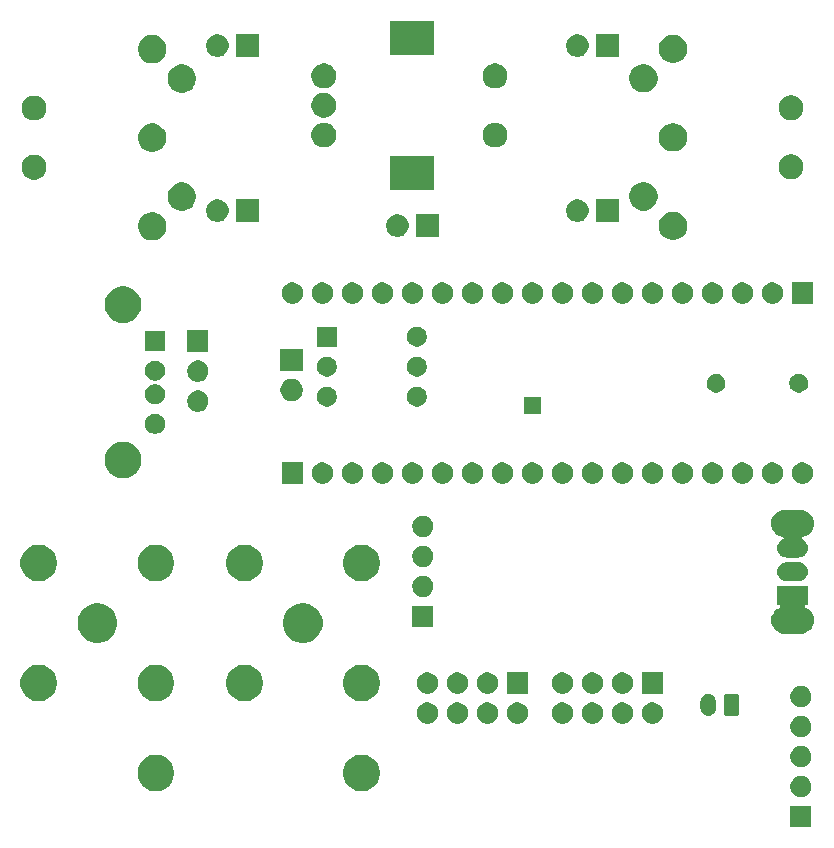
<source format=gbr>
G04 #@! TF.GenerationSoftware,KiCad,Pcbnew,(5.1.5)-3*
G04 #@! TF.CreationDate,2020-01-19T12:10:18+09:00*
G04 #@! TF.ProjectId,MOMI,4d4f4d49-2e6b-4696-9361-645f70636258,rev?*
G04 #@! TF.SameCoordinates,Original*
G04 #@! TF.FileFunction,Soldermask,Bot*
G04 #@! TF.FilePolarity,Negative*
%FSLAX46Y46*%
G04 Gerber Fmt 4.6, Leading zero omitted, Abs format (unit mm)*
G04 Created by KiCad (PCBNEW (5.1.5)-3) date 2020-01-19 12:10:18*
%MOMM*%
%LPD*%
G04 APERTURE LIST*
%ADD10C,0.100000*%
G04 APERTURE END LIST*
D10*
G36*
X155714000Y-160159000D02*
G01*
X153912000Y-160159000D01*
X153912000Y-158357000D01*
X155714000Y-158357000D01*
X155714000Y-160159000D01*
G37*
G36*
X154926512Y-155821927D02*
G01*
X155075812Y-155851624D01*
X155239784Y-155919544D01*
X155387354Y-156018147D01*
X155512853Y-156143646D01*
X155611456Y-156291216D01*
X155679376Y-156455188D01*
X155714000Y-156629259D01*
X155714000Y-156806741D01*
X155679376Y-156980812D01*
X155611456Y-157144784D01*
X155512853Y-157292354D01*
X155387354Y-157417853D01*
X155239784Y-157516456D01*
X155075812Y-157584376D01*
X154926512Y-157614073D01*
X154901742Y-157619000D01*
X154724258Y-157619000D01*
X154699488Y-157614073D01*
X154550188Y-157584376D01*
X154386216Y-157516456D01*
X154238646Y-157417853D01*
X154113147Y-157292354D01*
X154014544Y-157144784D01*
X153946624Y-156980812D01*
X153912000Y-156806741D01*
X153912000Y-156629259D01*
X153946624Y-156455188D01*
X154014544Y-156291216D01*
X154113147Y-156143646D01*
X154238646Y-156018147D01*
X154386216Y-155919544D01*
X154550188Y-155851624D01*
X154699488Y-155821927D01*
X154724258Y-155817000D01*
X154901742Y-155817000D01*
X154926512Y-155821927D01*
G37*
G36*
X100507585Y-154053802D02*
G01*
X100657410Y-154083604D01*
X100939674Y-154200521D01*
X101193705Y-154370259D01*
X101409741Y-154586295D01*
X101579479Y-154840326D01*
X101696396Y-155122590D01*
X101756000Y-155422240D01*
X101756000Y-155727760D01*
X101696396Y-156027410D01*
X101579479Y-156309674D01*
X101409741Y-156563705D01*
X101193705Y-156779741D01*
X100939674Y-156949479D01*
X100657410Y-157066396D01*
X100507585Y-157096198D01*
X100357761Y-157126000D01*
X100052239Y-157126000D01*
X99902415Y-157096198D01*
X99752590Y-157066396D01*
X99470326Y-156949479D01*
X99216295Y-156779741D01*
X99000259Y-156563705D01*
X98830521Y-156309674D01*
X98713604Y-156027410D01*
X98654000Y-155727760D01*
X98654000Y-155422240D01*
X98713604Y-155122590D01*
X98830521Y-154840326D01*
X99000259Y-154586295D01*
X99216295Y-154370259D01*
X99470326Y-154200521D01*
X99752590Y-154083604D01*
X99902415Y-154053802D01*
X100052239Y-154024000D01*
X100357761Y-154024000D01*
X100507585Y-154053802D01*
G37*
G36*
X117906585Y-154053802D02*
G01*
X118056410Y-154083604D01*
X118338674Y-154200521D01*
X118592705Y-154370259D01*
X118808741Y-154586295D01*
X118978479Y-154840326D01*
X119095396Y-155122590D01*
X119155000Y-155422240D01*
X119155000Y-155727760D01*
X119095396Y-156027410D01*
X118978479Y-156309674D01*
X118808741Y-156563705D01*
X118592705Y-156779741D01*
X118338674Y-156949479D01*
X118056410Y-157066396D01*
X117906585Y-157096198D01*
X117756761Y-157126000D01*
X117451239Y-157126000D01*
X117301415Y-157096198D01*
X117151590Y-157066396D01*
X116869326Y-156949479D01*
X116615295Y-156779741D01*
X116399259Y-156563705D01*
X116229521Y-156309674D01*
X116112604Y-156027410D01*
X116053000Y-155727760D01*
X116053000Y-155422240D01*
X116112604Y-155122590D01*
X116229521Y-154840326D01*
X116399259Y-154586295D01*
X116615295Y-154370259D01*
X116869326Y-154200521D01*
X117151590Y-154083604D01*
X117301415Y-154053802D01*
X117451239Y-154024000D01*
X117756761Y-154024000D01*
X117906585Y-154053802D01*
G37*
G36*
X154926512Y-153281927D02*
G01*
X155075812Y-153311624D01*
X155239784Y-153379544D01*
X155387354Y-153478147D01*
X155512853Y-153603646D01*
X155611456Y-153751216D01*
X155679376Y-153915188D01*
X155714000Y-154089259D01*
X155714000Y-154266741D01*
X155679376Y-154440812D01*
X155611456Y-154604784D01*
X155512853Y-154752354D01*
X155387354Y-154877853D01*
X155239784Y-154976456D01*
X155075812Y-155044376D01*
X154926512Y-155074073D01*
X154901742Y-155079000D01*
X154724258Y-155079000D01*
X154699488Y-155074073D01*
X154550188Y-155044376D01*
X154386216Y-154976456D01*
X154238646Y-154877853D01*
X154113147Y-154752354D01*
X154014544Y-154604784D01*
X153946624Y-154440812D01*
X153912000Y-154266741D01*
X153912000Y-154089259D01*
X153946624Y-153915188D01*
X154014544Y-153751216D01*
X154113147Y-153603646D01*
X154238646Y-153478147D01*
X154386216Y-153379544D01*
X154550188Y-153311624D01*
X154699488Y-153281927D01*
X154724258Y-153277000D01*
X154901742Y-153277000D01*
X154926512Y-153281927D01*
G37*
G36*
X154926512Y-150741927D02*
G01*
X155075812Y-150771624D01*
X155239784Y-150839544D01*
X155387354Y-150938147D01*
X155512853Y-151063646D01*
X155611456Y-151211216D01*
X155679376Y-151375188D01*
X155714000Y-151549259D01*
X155714000Y-151726741D01*
X155679376Y-151900812D01*
X155611456Y-152064784D01*
X155512853Y-152212354D01*
X155387354Y-152337853D01*
X155239784Y-152436456D01*
X155075812Y-152504376D01*
X154926512Y-152534073D01*
X154901742Y-152539000D01*
X154724258Y-152539000D01*
X154699488Y-152534073D01*
X154550188Y-152504376D01*
X154386216Y-152436456D01*
X154238646Y-152337853D01*
X154113147Y-152212354D01*
X154014544Y-152064784D01*
X153946624Y-151900812D01*
X153912000Y-151726741D01*
X153912000Y-151549259D01*
X153946624Y-151375188D01*
X154014544Y-151211216D01*
X154113147Y-151063646D01*
X154238646Y-150938147D01*
X154386216Y-150839544D01*
X154550188Y-150771624D01*
X154699488Y-150741927D01*
X154724258Y-150737000D01*
X154901742Y-150737000D01*
X154926512Y-150741927D01*
G37*
G36*
X123303512Y-149598927D02*
G01*
X123452812Y-149628624D01*
X123616784Y-149696544D01*
X123764354Y-149795147D01*
X123889853Y-149920646D01*
X123988456Y-150068216D01*
X124056376Y-150232188D01*
X124091000Y-150406259D01*
X124091000Y-150583741D01*
X124056376Y-150757812D01*
X123988456Y-150921784D01*
X123889853Y-151069354D01*
X123764354Y-151194853D01*
X123616784Y-151293456D01*
X123452812Y-151361376D01*
X123303512Y-151391073D01*
X123278742Y-151396000D01*
X123101258Y-151396000D01*
X123076488Y-151391073D01*
X122927188Y-151361376D01*
X122763216Y-151293456D01*
X122615646Y-151194853D01*
X122490147Y-151069354D01*
X122391544Y-150921784D01*
X122323624Y-150757812D01*
X122289000Y-150583741D01*
X122289000Y-150406259D01*
X122323624Y-150232188D01*
X122391544Y-150068216D01*
X122490147Y-149920646D01*
X122615646Y-149795147D01*
X122763216Y-149696544D01*
X122927188Y-149628624D01*
X123076488Y-149598927D01*
X123101258Y-149594000D01*
X123278742Y-149594000D01*
X123303512Y-149598927D01*
G37*
G36*
X125843512Y-149598927D02*
G01*
X125992812Y-149628624D01*
X126156784Y-149696544D01*
X126304354Y-149795147D01*
X126429853Y-149920646D01*
X126528456Y-150068216D01*
X126596376Y-150232188D01*
X126631000Y-150406259D01*
X126631000Y-150583741D01*
X126596376Y-150757812D01*
X126528456Y-150921784D01*
X126429853Y-151069354D01*
X126304354Y-151194853D01*
X126156784Y-151293456D01*
X125992812Y-151361376D01*
X125843512Y-151391073D01*
X125818742Y-151396000D01*
X125641258Y-151396000D01*
X125616488Y-151391073D01*
X125467188Y-151361376D01*
X125303216Y-151293456D01*
X125155646Y-151194853D01*
X125030147Y-151069354D01*
X124931544Y-150921784D01*
X124863624Y-150757812D01*
X124829000Y-150583741D01*
X124829000Y-150406259D01*
X124863624Y-150232188D01*
X124931544Y-150068216D01*
X125030147Y-149920646D01*
X125155646Y-149795147D01*
X125303216Y-149696544D01*
X125467188Y-149628624D01*
X125616488Y-149598927D01*
X125641258Y-149594000D01*
X125818742Y-149594000D01*
X125843512Y-149598927D01*
G37*
G36*
X134733512Y-149598927D02*
G01*
X134882812Y-149628624D01*
X135046784Y-149696544D01*
X135194354Y-149795147D01*
X135319853Y-149920646D01*
X135418456Y-150068216D01*
X135486376Y-150232188D01*
X135521000Y-150406259D01*
X135521000Y-150583741D01*
X135486376Y-150757812D01*
X135418456Y-150921784D01*
X135319853Y-151069354D01*
X135194354Y-151194853D01*
X135046784Y-151293456D01*
X134882812Y-151361376D01*
X134733512Y-151391073D01*
X134708742Y-151396000D01*
X134531258Y-151396000D01*
X134506488Y-151391073D01*
X134357188Y-151361376D01*
X134193216Y-151293456D01*
X134045646Y-151194853D01*
X133920147Y-151069354D01*
X133821544Y-150921784D01*
X133753624Y-150757812D01*
X133719000Y-150583741D01*
X133719000Y-150406259D01*
X133753624Y-150232188D01*
X133821544Y-150068216D01*
X133920147Y-149920646D01*
X134045646Y-149795147D01*
X134193216Y-149696544D01*
X134357188Y-149628624D01*
X134506488Y-149598927D01*
X134531258Y-149594000D01*
X134708742Y-149594000D01*
X134733512Y-149598927D01*
G37*
G36*
X137273512Y-149598927D02*
G01*
X137422812Y-149628624D01*
X137586784Y-149696544D01*
X137734354Y-149795147D01*
X137859853Y-149920646D01*
X137958456Y-150068216D01*
X138026376Y-150232188D01*
X138061000Y-150406259D01*
X138061000Y-150583741D01*
X138026376Y-150757812D01*
X137958456Y-150921784D01*
X137859853Y-151069354D01*
X137734354Y-151194853D01*
X137586784Y-151293456D01*
X137422812Y-151361376D01*
X137273512Y-151391073D01*
X137248742Y-151396000D01*
X137071258Y-151396000D01*
X137046488Y-151391073D01*
X136897188Y-151361376D01*
X136733216Y-151293456D01*
X136585646Y-151194853D01*
X136460147Y-151069354D01*
X136361544Y-150921784D01*
X136293624Y-150757812D01*
X136259000Y-150583741D01*
X136259000Y-150406259D01*
X136293624Y-150232188D01*
X136361544Y-150068216D01*
X136460147Y-149920646D01*
X136585646Y-149795147D01*
X136733216Y-149696544D01*
X136897188Y-149628624D01*
X137046488Y-149598927D01*
X137071258Y-149594000D01*
X137248742Y-149594000D01*
X137273512Y-149598927D01*
G37*
G36*
X128383512Y-149598927D02*
G01*
X128532812Y-149628624D01*
X128696784Y-149696544D01*
X128844354Y-149795147D01*
X128969853Y-149920646D01*
X129068456Y-150068216D01*
X129136376Y-150232188D01*
X129171000Y-150406259D01*
X129171000Y-150583741D01*
X129136376Y-150757812D01*
X129068456Y-150921784D01*
X128969853Y-151069354D01*
X128844354Y-151194853D01*
X128696784Y-151293456D01*
X128532812Y-151361376D01*
X128383512Y-151391073D01*
X128358742Y-151396000D01*
X128181258Y-151396000D01*
X128156488Y-151391073D01*
X128007188Y-151361376D01*
X127843216Y-151293456D01*
X127695646Y-151194853D01*
X127570147Y-151069354D01*
X127471544Y-150921784D01*
X127403624Y-150757812D01*
X127369000Y-150583741D01*
X127369000Y-150406259D01*
X127403624Y-150232188D01*
X127471544Y-150068216D01*
X127570147Y-149920646D01*
X127695646Y-149795147D01*
X127843216Y-149696544D01*
X128007188Y-149628624D01*
X128156488Y-149598927D01*
X128181258Y-149594000D01*
X128358742Y-149594000D01*
X128383512Y-149598927D01*
G37*
G36*
X139813512Y-149598927D02*
G01*
X139962812Y-149628624D01*
X140126784Y-149696544D01*
X140274354Y-149795147D01*
X140399853Y-149920646D01*
X140498456Y-150068216D01*
X140566376Y-150232188D01*
X140601000Y-150406259D01*
X140601000Y-150583741D01*
X140566376Y-150757812D01*
X140498456Y-150921784D01*
X140399853Y-151069354D01*
X140274354Y-151194853D01*
X140126784Y-151293456D01*
X139962812Y-151361376D01*
X139813512Y-151391073D01*
X139788742Y-151396000D01*
X139611258Y-151396000D01*
X139586488Y-151391073D01*
X139437188Y-151361376D01*
X139273216Y-151293456D01*
X139125646Y-151194853D01*
X139000147Y-151069354D01*
X138901544Y-150921784D01*
X138833624Y-150757812D01*
X138799000Y-150583741D01*
X138799000Y-150406259D01*
X138833624Y-150232188D01*
X138901544Y-150068216D01*
X139000147Y-149920646D01*
X139125646Y-149795147D01*
X139273216Y-149696544D01*
X139437188Y-149628624D01*
X139586488Y-149598927D01*
X139611258Y-149594000D01*
X139788742Y-149594000D01*
X139813512Y-149598927D01*
G37*
G36*
X142353512Y-149598927D02*
G01*
X142502812Y-149628624D01*
X142666784Y-149696544D01*
X142814354Y-149795147D01*
X142939853Y-149920646D01*
X143038456Y-150068216D01*
X143106376Y-150232188D01*
X143141000Y-150406259D01*
X143141000Y-150583741D01*
X143106376Y-150757812D01*
X143038456Y-150921784D01*
X142939853Y-151069354D01*
X142814354Y-151194853D01*
X142666784Y-151293456D01*
X142502812Y-151361376D01*
X142353512Y-151391073D01*
X142328742Y-151396000D01*
X142151258Y-151396000D01*
X142126488Y-151391073D01*
X141977188Y-151361376D01*
X141813216Y-151293456D01*
X141665646Y-151194853D01*
X141540147Y-151069354D01*
X141441544Y-150921784D01*
X141373624Y-150757812D01*
X141339000Y-150583741D01*
X141339000Y-150406259D01*
X141373624Y-150232188D01*
X141441544Y-150068216D01*
X141540147Y-149920646D01*
X141665646Y-149795147D01*
X141813216Y-149696544D01*
X141977188Y-149628624D01*
X142126488Y-149598927D01*
X142151258Y-149594000D01*
X142328742Y-149594000D01*
X142353512Y-149598927D01*
G37*
G36*
X130923512Y-149598927D02*
G01*
X131072812Y-149628624D01*
X131236784Y-149696544D01*
X131384354Y-149795147D01*
X131509853Y-149920646D01*
X131608456Y-150068216D01*
X131676376Y-150232188D01*
X131711000Y-150406259D01*
X131711000Y-150583741D01*
X131676376Y-150757812D01*
X131608456Y-150921784D01*
X131509853Y-151069354D01*
X131384354Y-151194853D01*
X131236784Y-151293456D01*
X131072812Y-151361376D01*
X130923512Y-151391073D01*
X130898742Y-151396000D01*
X130721258Y-151396000D01*
X130696488Y-151391073D01*
X130547188Y-151361376D01*
X130383216Y-151293456D01*
X130235646Y-151194853D01*
X130110147Y-151069354D01*
X130011544Y-150921784D01*
X129943624Y-150757812D01*
X129909000Y-150583741D01*
X129909000Y-150406259D01*
X129943624Y-150232188D01*
X130011544Y-150068216D01*
X130110147Y-149920646D01*
X130235646Y-149795147D01*
X130383216Y-149696544D01*
X130547188Y-149628624D01*
X130696488Y-149598927D01*
X130721258Y-149594000D01*
X130898742Y-149594000D01*
X130923512Y-149598927D01*
G37*
G36*
X147098618Y-148879920D02*
G01*
X147179400Y-148904425D01*
X147221336Y-148917146D01*
X147334425Y-148977594D01*
X147433554Y-149058946D01*
X147514906Y-149158075D01*
X147575354Y-149271164D01*
X147575355Y-149271168D01*
X147612580Y-149393882D01*
X147622000Y-149489527D01*
X147622000Y-150103473D01*
X147612580Y-150199118D01*
X147602548Y-150232188D01*
X147575354Y-150321836D01*
X147514906Y-150434925D01*
X147433554Y-150534053D01*
X147334424Y-150615406D01*
X147221335Y-150675854D01*
X147189403Y-150685540D01*
X147098617Y-150713080D01*
X146971000Y-150725649D01*
X146843382Y-150713080D01*
X146752596Y-150685540D01*
X146720664Y-150675854D01*
X146607575Y-150615406D01*
X146508447Y-150534054D01*
X146427094Y-150434924D01*
X146366646Y-150321835D01*
X146356960Y-150289903D01*
X146329420Y-150199117D01*
X146320000Y-150103472D01*
X146320000Y-149489527D01*
X146329420Y-149393882D01*
X146366645Y-149271168D01*
X146366645Y-149271167D01*
X146426205Y-149159740D01*
X146427095Y-149158074D01*
X146440493Y-149141749D01*
X146508447Y-149058946D01*
X146607576Y-148977594D01*
X146720665Y-148917146D01*
X146762601Y-148904425D01*
X146843383Y-148879920D01*
X146971000Y-148867351D01*
X147098618Y-148879920D01*
G37*
G36*
X149462242Y-148874904D02*
G01*
X149499337Y-148886157D01*
X149533515Y-148904425D01*
X149563481Y-148929019D01*
X149588075Y-148958985D01*
X149606343Y-148993163D01*
X149617596Y-149030258D01*
X149622000Y-149074974D01*
X149622000Y-150518026D01*
X149617596Y-150562742D01*
X149606343Y-150599837D01*
X149588075Y-150634015D01*
X149563481Y-150663981D01*
X149533515Y-150688575D01*
X149499337Y-150706843D01*
X149462242Y-150718096D01*
X149417526Y-150722500D01*
X148524474Y-150722500D01*
X148479758Y-150718096D01*
X148442663Y-150706843D01*
X148408485Y-150688575D01*
X148378519Y-150663981D01*
X148353925Y-150634015D01*
X148335657Y-150599837D01*
X148324404Y-150562742D01*
X148320000Y-150518026D01*
X148320000Y-149074974D01*
X148324404Y-149030258D01*
X148335657Y-148993163D01*
X148353925Y-148958985D01*
X148378519Y-148929019D01*
X148408485Y-148904425D01*
X148442663Y-148886157D01*
X148479758Y-148874904D01*
X148524474Y-148870500D01*
X149417526Y-148870500D01*
X149462242Y-148874904D01*
G37*
G36*
X154926512Y-148201927D02*
G01*
X155075812Y-148231624D01*
X155239784Y-148299544D01*
X155387354Y-148398147D01*
X155512853Y-148523646D01*
X155611456Y-148671216D01*
X155679376Y-148835188D01*
X155714000Y-149009259D01*
X155714000Y-149186741D01*
X155679376Y-149360812D01*
X155611456Y-149524784D01*
X155512853Y-149672354D01*
X155387354Y-149797853D01*
X155239784Y-149896456D01*
X155075812Y-149964376D01*
X154926512Y-149994073D01*
X154901742Y-149999000D01*
X154724258Y-149999000D01*
X154699488Y-149994073D01*
X154550188Y-149964376D01*
X154386216Y-149896456D01*
X154238646Y-149797853D01*
X154113147Y-149672354D01*
X154014544Y-149524784D01*
X153946624Y-149360812D01*
X153912000Y-149186741D01*
X153912000Y-149009259D01*
X153946624Y-148835188D01*
X154014544Y-148671216D01*
X154113147Y-148523646D01*
X154238646Y-148398147D01*
X154386216Y-148299544D01*
X154550188Y-148231624D01*
X154699488Y-148201927D01*
X154724258Y-148197000D01*
X154901742Y-148197000D01*
X154926512Y-148201927D01*
G37*
G36*
X100507585Y-146433802D02*
G01*
X100657410Y-146463604D01*
X100939674Y-146580521D01*
X101193705Y-146750259D01*
X101409741Y-146966295D01*
X101579479Y-147220326D01*
X101696396Y-147502590D01*
X101756000Y-147802240D01*
X101756000Y-148107760D01*
X101696396Y-148407410D01*
X101579479Y-148689674D01*
X101409741Y-148943705D01*
X101193705Y-149159741D01*
X100939674Y-149329479D01*
X100657410Y-149446396D01*
X100507585Y-149476198D01*
X100357761Y-149506000D01*
X100052239Y-149506000D01*
X99902415Y-149476198D01*
X99752590Y-149446396D01*
X99470326Y-149329479D01*
X99216295Y-149159741D01*
X99000259Y-148943705D01*
X98830521Y-148689674D01*
X98713604Y-148407410D01*
X98654000Y-148107760D01*
X98654000Y-147802240D01*
X98713604Y-147502590D01*
X98830521Y-147220326D01*
X99000259Y-146966295D01*
X99216295Y-146750259D01*
X99470326Y-146580521D01*
X99752590Y-146463604D01*
X99902415Y-146433802D01*
X100052239Y-146404000D01*
X100357761Y-146404000D01*
X100507585Y-146433802D01*
G37*
G36*
X90597585Y-146433802D02*
G01*
X90747410Y-146463604D01*
X91029674Y-146580521D01*
X91283705Y-146750259D01*
X91499741Y-146966295D01*
X91669479Y-147220326D01*
X91786396Y-147502590D01*
X91846000Y-147802240D01*
X91846000Y-148107760D01*
X91786396Y-148407410D01*
X91669479Y-148689674D01*
X91499741Y-148943705D01*
X91283705Y-149159741D01*
X91029674Y-149329479D01*
X90747410Y-149446396D01*
X90597585Y-149476198D01*
X90447761Y-149506000D01*
X90142239Y-149506000D01*
X89992415Y-149476198D01*
X89842590Y-149446396D01*
X89560326Y-149329479D01*
X89306295Y-149159741D01*
X89090259Y-148943705D01*
X88920521Y-148689674D01*
X88803604Y-148407410D01*
X88744000Y-148107760D01*
X88744000Y-147802240D01*
X88803604Y-147502590D01*
X88920521Y-147220326D01*
X89090259Y-146966295D01*
X89306295Y-146750259D01*
X89560326Y-146580521D01*
X89842590Y-146463604D01*
X89992415Y-146433802D01*
X90142239Y-146404000D01*
X90447761Y-146404000D01*
X90597585Y-146433802D01*
G37*
G36*
X107996585Y-146433802D02*
G01*
X108146410Y-146463604D01*
X108428674Y-146580521D01*
X108682705Y-146750259D01*
X108898741Y-146966295D01*
X109068479Y-147220326D01*
X109185396Y-147502590D01*
X109245000Y-147802240D01*
X109245000Y-148107760D01*
X109185396Y-148407410D01*
X109068479Y-148689674D01*
X108898741Y-148943705D01*
X108682705Y-149159741D01*
X108428674Y-149329479D01*
X108146410Y-149446396D01*
X107996585Y-149476198D01*
X107846761Y-149506000D01*
X107541239Y-149506000D01*
X107391415Y-149476198D01*
X107241590Y-149446396D01*
X106959326Y-149329479D01*
X106705295Y-149159741D01*
X106489259Y-148943705D01*
X106319521Y-148689674D01*
X106202604Y-148407410D01*
X106143000Y-148107760D01*
X106143000Y-147802240D01*
X106202604Y-147502590D01*
X106319521Y-147220326D01*
X106489259Y-146966295D01*
X106705295Y-146750259D01*
X106959326Y-146580521D01*
X107241590Y-146463604D01*
X107391415Y-146433802D01*
X107541239Y-146404000D01*
X107846761Y-146404000D01*
X107996585Y-146433802D01*
G37*
G36*
X117906585Y-146433802D02*
G01*
X118056410Y-146463604D01*
X118338674Y-146580521D01*
X118592705Y-146750259D01*
X118808741Y-146966295D01*
X118978479Y-147220326D01*
X119095396Y-147502590D01*
X119155000Y-147802240D01*
X119155000Y-148107760D01*
X119095396Y-148407410D01*
X118978479Y-148689674D01*
X118808741Y-148943705D01*
X118592705Y-149159741D01*
X118338674Y-149329479D01*
X118056410Y-149446396D01*
X117906585Y-149476198D01*
X117756761Y-149506000D01*
X117451239Y-149506000D01*
X117301415Y-149476198D01*
X117151590Y-149446396D01*
X116869326Y-149329479D01*
X116615295Y-149159741D01*
X116399259Y-148943705D01*
X116229521Y-148689674D01*
X116112604Y-148407410D01*
X116053000Y-148107760D01*
X116053000Y-147802240D01*
X116112604Y-147502590D01*
X116229521Y-147220326D01*
X116399259Y-146966295D01*
X116615295Y-146750259D01*
X116869326Y-146580521D01*
X117151590Y-146463604D01*
X117301415Y-146433802D01*
X117451239Y-146404000D01*
X117756761Y-146404000D01*
X117906585Y-146433802D01*
G37*
G36*
X143141000Y-148856000D02*
G01*
X141339000Y-148856000D01*
X141339000Y-147054000D01*
X143141000Y-147054000D01*
X143141000Y-148856000D01*
G37*
G36*
X125843512Y-147058927D02*
G01*
X125992812Y-147088624D01*
X126156784Y-147156544D01*
X126304354Y-147255147D01*
X126429853Y-147380646D01*
X126528456Y-147528216D01*
X126596376Y-147692188D01*
X126631000Y-147866259D01*
X126631000Y-148043741D01*
X126596376Y-148217812D01*
X126528456Y-148381784D01*
X126429853Y-148529354D01*
X126304354Y-148654853D01*
X126156784Y-148753456D01*
X125992812Y-148821376D01*
X125843512Y-148851073D01*
X125818742Y-148856000D01*
X125641258Y-148856000D01*
X125616488Y-148851073D01*
X125467188Y-148821376D01*
X125303216Y-148753456D01*
X125155646Y-148654853D01*
X125030147Y-148529354D01*
X124931544Y-148381784D01*
X124863624Y-148217812D01*
X124829000Y-148043741D01*
X124829000Y-147866259D01*
X124863624Y-147692188D01*
X124931544Y-147528216D01*
X125030147Y-147380646D01*
X125155646Y-147255147D01*
X125303216Y-147156544D01*
X125467188Y-147088624D01*
X125616488Y-147058927D01*
X125641258Y-147054000D01*
X125818742Y-147054000D01*
X125843512Y-147058927D01*
G37*
G36*
X128383512Y-147058927D02*
G01*
X128532812Y-147088624D01*
X128696784Y-147156544D01*
X128844354Y-147255147D01*
X128969853Y-147380646D01*
X129068456Y-147528216D01*
X129136376Y-147692188D01*
X129171000Y-147866259D01*
X129171000Y-148043741D01*
X129136376Y-148217812D01*
X129068456Y-148381784D01*
X128969853Y-148529354D01*
X128844354Y-148654853D01*
X128696784Y-148753456D01*
X128532812Y-148821376D01*
X128383512Y-148851073D01*
X128358742Y-148856000D01*
X128181258Y-148856000D01*
X128156488Y-148851073D01*
X128007188Y-148821376D01*
X127843216Y-148753456D01*
X127695646Y-148654853D01*
X127570147Y-148529354D01*
X127471544Y-148381784D01*
X127403624Y-148217812D01*
X127369000Y-148043741D01*
X127369000Y-147866259D01*
X127403624Y-147692188D01*
X127471544Y-147528216D01*
X127570147Y-147380646D01*
X127695646Y-147255147D01*
X127843216Y-147156544D01*
X128007188Y-147088624D01*
X128156488Y-147058927D01*
X128181258Y-147054000D01*
X128358742Y-147054000D01*
X128383512Y-147058927D01*
G37*
G36*
X131711000Y-148856000D02*
G01*
X129909000Y-148856000D01*
X129909000Y-147054000D01*
X131711000Y-147054000D01*
X131711000Y-148856000D01*
G37*
G36*
X123303512Y-147058927D02*
G01*
X123452812Y-147088624D01*
X123616784Y-147156544D01*
X123764354Y-147255147D01*
X123889853Y-147380646D01*
X123988456Y-147528216D01*
X124056376Y-147692188D01*
X124091000Y-147866259D01*
X124091000Y-148043741D01*
X124056376Y-148217812D01*
X123988456Y-148381784D01*
X123889853Y-148529354D01*
X123764354Y-148654853D01*
X123616784Y-148753456D01*
X123452812Y-148821376D01*
X123303512Y-148851073D01*
X123278742Y-148856000D01*
X123101258Y-148856000D01*
X123076488Y-148851073D01*
X122927188Y-148821376D01*
X122763216Y-148753456D01*
X122615646Y-148654853D01*
X122490147Y-148529354D01*
X122391544Y-148381784D01*
X122323624Y-148217812D01*
X122289000Y-148043741D01*
X122289000Y-147866259D01*
X122323624Y-147692188D01*
X122391544Y-147528216D01*
X122490147Y-147380646D01*
X122615646Y-147255147D01*
X122763216Y-147156544D01*
X122927188Y-147088624D01*
X123076488Y-147058927D01*
X123101258Y-147054000D01*
X123278742Y-147054000D01*
X123303512Y-147058927D01*
G37*
G36*
X134733512Y-147058927D02*
G01*
X134882812Y-147088624D01*
X135046784Y-147156544D01*
X135194354Y-147255147D01*
X135319853Y-147380646D01*
X135418456Y-147528216D01*
X135486376Y-147692188D01*
X135521000Y-147866259D01*
X135521000Y-148043741D01*
X135486376Y-148217812D01*
X135418456Y-148381784D01*
X135319853Y-148529354D01*
X135194354Y-148654853D01*
X135046784Y-148753456D01*
X134882812Y-148821376D01*
X134733512Y-148851073D01*
X134708742Y-148856000D01*
X134531258Y-148856000D01*
X134506488Y-148851073D01*
X134357188Y-148821376D01*
X134193216Y-148753456D01*
X134045646Y-148654853D01*
X133920147Y-148529354D01*
X133821544Y-148381784D01*
X133753624Y-148217812D01*
X133719000Y-148043741D01*
X133719000Y-147866259D01*
X133753624Y-147692188D01*
X133821544Y-147528216D01*
X133920147Y-147380646D01*
X134045646Y-147255147D01*
X134193216Y-147156544D01*
X134357188Y-147088624D01*
X134506488Y-147058927D01*
X134531258Y-147054000D01*
X134708742Y-147054000D01*
X134733512Y-147058927D01*
G37*
G36*
X137273512Y-147058927D02*
G01*
X137422812Y-147088624D01*
X137586784Y-147156544D01*
X137734354Y-147255147D01*
X137859853Y-147380646D01*
X137958456Y-147528216D01*
X138026376Y-147692188D01*
X138061000Y-147866259D01*
X138061000Y-148043741D01*
X138026376Y-148217812D01*
X137958456Y-148381784D01*
X137859853Y-148529354D01*
X137734354Y-148654853D01*
X137586784Y-148753456D01*
X137422812Y-148821376D01*
X137273512Y-148851073D01*
X137248742Y-148856000D01*
X137071258Y-148856000D01*
X137046488Y-148851073D01*
X136897188Y-148821376D01*
X136733216Y-148753456D01*
X136585646Y-148654853D01*
X136460147Y-148529354D01*
X136361544Y-148381784D01*
X136293624Y-148217812D01*
X136259000Y-148043741D01*
X136259000Y-147866259D01*
X136293624Y-147692188D01*
X136361544Y-147528216D01*
X136460147Y-147380646D01*
X136585646Y-147255147D01*
X136733216Y-147156544D01*
X136897188Y-147088624D01*
X137046488Y-147058927D01*
X137071258Y-147054000D01*
X137248742Y-147054000D01*
X137273512Y-147058927D01*
G37*
G36*
X139813512Y-147058927D02*
G01*
X139962812Y-147088624D01*
X140126784Y-147156544D01*
X140274354Y-147255147D01*
X140399853Y-147380646D01*
X140498456Y-147528216D01*
X140566376Y-147692188D01*
X140601000Y-147866259D01*
X140601000Y-148043741D01*
X140566376Y-148217812D01*
X140498456Y-148381784D01*
X140399853Y-148529354D01*
X140274354Y-148654853D01*
X140126784Y-148753456D01*
X139962812Y-148821376D01*
X139813512Y-148851073D01*
X139788742Y-148856000D01*
X139611258Y-148856000D01*
X139586488Y-148851073D01*
X139437188Y-148821376D01*
X139273216Y-148753456D01*
X139125646Y-148654853D01*
X139000147Y-148529354D01*
X138901544Y-148381784D01*
X138833624Y-148217812D01*
X138799000Y-148043741D01*
X138799000Y-147866259D01*
X138833624Y-147692188D01*
X138901544Y-147528216D01*
X139000147Y-147380646D01*
X139125646Y-147255147D01*
X139273216Y-147156544D01*
X139437188Y-147088624D01*
X139586488Y-147058927D01*
X139611258Y-147054000D01*
X139788742Y-147054000D01*
X139813512Y-147058927D01*
G37*
G36*
X95576971Y-141231204D02*
G01*
X95738871Y-141263408D01*
X96043883Y-141389748D01*
X96318387Y-141573166D01*
X96551834Y-141806613D01*
X96735252Y-142081117D01*
X96861592Y-142386129D01*
X96861592Y-142386130D01*
X96926000Y-142709927D01*
X96926000Y-143040073D01*
X96861592Y-143363871D01*
X96735252Y-143668883D01*
X96551834Y-143943387D01*
X96318387Y-144176834D01*
X96043883Y-144360252D01*
X95738871Y-144486592D01*
X95415073Y-144551000D01*
X95084927Y-144551000D01*
X94761129Y-144486592D01*
X94456117Y-144360252D01*
X94181613Y-144176834D01*
X93948166Y-143943387D01*
X93764748Y-143668883D01*
X93638408Y-143363871D01*
X93574000Y-143040073D01*
X93574000Y-142709927D01*
X93638408Y-142386130D01*
X93638408Y-142386129D01*
X93764748Y-142081117D01*
X93948166Y-141806613D01*
X94181613Y-141573166D01*
X94456117Y-141389748D01*
X94761129Y-141263408D01*
X94923029Y-141231204D01*
X95084927Y-141199000D01*
X95415073Y-141199000D01*
X95576971Y-141231204D01*
G37*
G36*
X112975971Y-141231204D02*
G01*
X113137871Y-141263408D01*
X113442883Y-141389748D01*
X113717387Y-141573166D01*
X113950834Y-141806613D01*
X114134252Y-142081117D01*
X114260592Y-142386129D01*
X114260592Y-142386130D01*
X114325000Y-142709927D01*
X114325000Y-143040073D01*
X114260592Y-143363871D01*
X114134252Y-143668883D01*
X113950834Y-143943387D01*
X113717387Y-144176834D01*
X113442883Y-144360252D01*
X113137871Y-144486592D01*
X112814073Y-144551000D01*
X112483927Y-144551000D01*
X112160129Y-144486592D01*
X111855117Y-144360252D01*
X111580613Y-144176834D01*
X111347166Y-143943387D01*
X111163748Y-143668883D01*
X111037408Y-143363871D01*
X110973000Y-143040073D01*
X110973000Y-142709927D01*
X111037408Y-142386130D01*
X111037408Y-142386129D01*
X111163748Y-142081117D01*
X111347166Y-141806613D01*
X111580613Y-141573166D01*
X111855117Y-141389748D01*
X112160129Y-141263408D01*
X112322029Y-141231204D01*
X112483927Y-141199000D01*
X112814073Y-141199000D01*
X112975971Y-141231204D01*
G37*
G36*
X155415500Y-141326500D02*
G01*
X155274945Y-141326500D01*
X155250559Y-141328902D01*
X155227110Y-141336015D01*
X155205499Y-141347566D01*
X155186557Y-141363111D01*
X155171012Y-141382053D01*
X155159461Y-141403664D01*
X155152348Y-141427113D01*
X155149946Y-141451499D01*
X155152348Y-141475885D01*
X155159461Y-141499334D01*
X155171012Y-141520945D01*
X155186557Y-141539887D01*
X155205499Y-141555432D01*
X155216021Y-141561738D01*
X155407055Y-141663847D01*
X155582318Y-141807682D01*
X155726153Y-141982945D01*
X155833029Y-142182898D01*
X155833030Y-142182900D01*
X155898846Y-142399865D01*
X155898846Y-142399866D01*
X155921069Y-142625500D01*
X155898846Y-142851134D01*
X155833029Y-143068102D01*
X155726153Y-143268055D01*
X155582318Y-143443318D01*
X155407055Y-143587153D01*
X155254149Y-143668882D01*
X155207100Y-143694030D01*
X154990135Y-143759846D01*
X154933771Y-143765397D01*
X154821045Y-143776500D01*
X153407955Y-143776500D01*
X153295229Y-143765397D01*
X153238865Y-143759846D01*
X153021900Y-143694030D01*
X152974851Y-143668882D01*
X152821945Y-143587153D01*
X152646682Y-143443318D01*
X152502847Y-143268055D01*
X152395971Y-143068102D01*
X152330154Y-142851134D01*
X152307931Y-142625500D01*
X152330154Y-142399866D01*
X152330154Y-142399865D01*
X152395970Y-142182900D01*
X152395971Y-142182898D01*
X152502847Y-141982945D01*
X152646682Y-141807682D01*
X152821945Y-141663847D01*
X153012979Y-141561738D01*
X153033353Y-141548125D01*
X153050680Y-141530798D01*
X153064294Y-141510423D01*
X153073672Y-141487785D01*
X153078452Y-141463751D01*
X153078452Y-141439247D01*
X153073672Y-141415214D01*
X153064294Y-141392575D01*
X153050681Y-141372201D01*
X153033354Y-141354874D01*
X153012979Y-141341260D01*
X152990341Y-141331882D01*
X152966307Y-141327102D01*
X152954055Y-141326500D01*
X152813500Y-141326500D01*
X152813500Y-139724500D01*
X155415500Y-139724500D01*
X155415500Y-141326500D01*
G37*
G36*
X123710000Y-143204500D02*
G01*
X121908000Y-143204500D01*
X121908000Y-141402500D01*
X123710000Y-141402500D01*
X123710000Y-143204500D01*
G37*
G36*
X122922512Y-138867427D02*
G01*
X123071812Y-138897124D01*
X123235784Y-138965044D01*
X123383354Y-139063647D01*
X123508853Y-139189146D01*
X123607456Y-139336716D01*
X123675376Y-139500688D01*
X123710000Y-139674759D01*
X123710000Y-139852241D01*
X123675376Y-140026312D01*
X123607456Y-140190284D01*
X123508853Y-140337854D01*
X123383354Y-140463353D01*
X123235784Y-140561956D01*
X123071812Y-140629876D01*
X122922512Y-140659573D01*
X122897742Y-140664500D01*
X122720258Y-140664500D01*
X122695488Y-140659573D01*
X122546188Y-140629876D01*
X122382216Y-140561956D01*
X122234646Y-140463353D01*
X122109147Y-140337854D01*
X122010544Y-140190284D01*
X121942624Y-140026312D01*
X121908000Y-139852241D01*
X121908000Y-139674759D01*
X121942624Y-139500688D01*
X122010544Y-139336716D01*
X122109147Y-139189146D01*
X122234646Y-139063647D01*
X122382216Y-138965044D01*
X122546188Y-138897124D01*
X122695488Y-138867427D01*
X122720258Y-138862500D01*
X122897742Y-138862500D01*
X122922512Y-138867427D01*
G37*
G36*
X117906585Y-136273802D02*
G01*
X118056410Y-136303604D01*
X118338674Y-136420521D01*
X118592705Y-136590259D01*
X118808741Y-136806295D01*
X118978479Y-137060326D01*
X119095396Y-137342590D01*
X119155000Y-137642240D01*
X119155000Y-137947760D01*
X119095396Y-138247410D01*
X118978479Y-138529674D01*
X118808741Y-138783705D01*
X118592705Y-138999741D01*
X118338674Y-139169479D01*
X118056410Y-139286396D01*
X117913060Y-139314910D01*
X117756761Y-139346000D01*
X117451239Y-139346000D01*
X117294940Y-139314910D01*
X117151590Y-139286396D01*
X116869326Y-139169479D01*
X116615295Y-138999741D01*
X116399259Y-138783705D01*
X116229521Y-138529674D01*
X116112604Y-138247410D01*
X116053000Y-137947760D01*
X116053000Y-137642240D01*
X116112604Y-137342590D01*
X116229521Y-137060326D01*
X116399259Y-136806295D01*
X116615295Y-136590259D01*
X116869326Y-136420521D01*
X117151590Y-136303604D01*
X117301415Y-136273802D01*
X117451239Y-136244000D01*
X117756761Y-136244000D01*
X117906585Y-136273802D01*
G37*
G36*
X107996585Y-136273802D02*
G01*
X108146410Y-136303604D01*
X108428674Y-136420521D01*
X108682705Y-136590259D01*
X108898741Y-136806295D01*
X109068479Y-137060326D01*
X109185396Y-137342590D01*
X109245000Y-137642240D01*
X109245000Y-137947760D01*
X109185396Y-138247410D01*
X109068479Y-138529674D01*
X108898741Y-138783705D01*
X108682705Y-138999741D01*
X108428674Y-139169479D01*
X108146410Y-139286396D01*
X108003060Y-139314910D01*
X107846761Y-139346000D01*
X107541239Y-139346000D01*
X107384940Y-139314910D01*
X107241590Y-139286396D01*
X106959326Y-139169479D01*
X106705295Y-138999741D01*
X106489259Y-138783705D01*
X106319521Y-138529674D01*
X106202604Y-138247410D01*
X106143000Y-137947760D01*
X106143000Y-137642240D01*
X106202604Y-137342590D01*
X106319521Y-137060326D01*
X106489259Y-136806295D01*
X106705295Y-136590259D01*
X106959326Y-136420521D01*
X107241590Y-136303604D01*
X107391415Y-136273802D01*
X107541239Y-136244000D01*
X107846761Y-136244000D01*
X107996585Y-136273802D01*
G37*
G36*
X100507585Y-136273802D02*
G01*
X100657410Y-136303604D01*
X100939674Y-136420521D01*
X101193705Y-136590259D01*
X101409741Y-136806295D01*
X101579479Y-137060326D01*
X101696396Y-137342590D01*
X101756000Y-137642240D01*
X101756000Y-137947760D01*
X101696396Y-138247410D01*
X101579479Y-138529674D01*
X101409741Y-138783705D01*
X101193705Y-138999741D01*
X100939674Y-139169479D01*
X100657410Y-139286396D01*
X100514060Y-139314910D01*
X100357761Y-139346000D01*
X100052239Y-139346000D01*
X99895940Y-139314910D01*
X99752590Y-139286396D01*
X99470326Y-139169479D01*
X99216295Y-138999741D01*
X99000259Y-138783705D01*
X98830521Y-138529674D01*
X98713604Y-138247410D01*
X98654000Y-137947760D01*
X98654000Y-137642240D01*
X98713604Y-137342590D01*
X98830521Y-137060326D01*
X99000259Y-136806295D01*
X99216295Y-136590259D01*
X99470326Y-136420521D01*
X99752590Y-136303604D01*
X99902415Y-136273802D01*
X100052239Y-136244000D01*
X100357761Y-136244000D01*
X100507585Y-136273802D01*
G37*
G36*
X90597585Y-136273802D02*
G01*
X90747410Y-136303604D01*
X91029674Y-136420521D01*
X91283705Y-136590259D01*
X91499741Y-136806295D01*
X91669479Y-137060326D01*
X91786396Y-137342590D01*
X91846000Y-137642240D01*
X91846000Y-137947760D01*
X91786396Y-138247410D01*
X91669479Y-138529674D01*
X91499741Y-138783705D01*
X91283705Y-138999741D01*
X91029674Y-139169479D01*
X90747410Y-139286396D01*
X90604060Y-139314910D01*
X90447761Y-139346000D01*
X90142239Y-139346000D01*
X89985940Y-139314910D01*
X89842590Y-139286396D01*
X89560326Y-139169479D01*
X89306295Y-138999741D01*
X89090259Y-138783705D01*
X88920521Y-138529674D01*
X88803604Y-138247410D01*
X88744000Y-137947760D01*
X88744000Y-137642240D01*
X88803604Y-137342590D01*
X88920521Y-137060326D01*
X89090259Y-136806295D01*
X89306295Y-136590259D01*
X89560326Y-136420521D01*
X89842590Y-136303604D01*
X89992415Y-136273802D01*
X90142239Y-136244000D01*
X90447761Y-136244000D01*
X90597585Y-136273802D01*
G37*
G36*
X154693071Y-137728363D02*
G01*
X154771523Y-137736090D01*
X154872182Y-137766625D01*
X154922513Y-137781892D01*
X155061665Y-137856271D01*
X155183633Y-137956367D01*
X155283729Y-138078335D01*
X155358108Y-138217487D01*
X155367185Y-138247410D01*
X155403910Y-138368477D01*
X155419375Y-138525500D01*
X155403910Y-138682523D01*
X155373375Y-138783182D01*
X155358108Y-138833513D01*
X155283729Y-138972665D01*
X155183633Y-139094633D01*
X155061665Y-139194729D01*
X154922513Y-139269108D01*
X154872182Y-139284375D01*
X154771523Y-139314910D01*
X154693071Y-139322637D01*
X154653846Y-139326500D01*
X153575154Y-139326500D01*
X153535929Y-139322637D01*
X153457477Y-139314910D01*
X153356818Y-139284375D01*
X153306487Y-139269108D01*
X153167335Y-139194729D01*
X153045367Y-139094633D01*
X152945271Y-138972665D01*
X152870892Y-138833513D01*
X152855625Y-138783182D01*
X152825090Y-138682523D01*
X152809625Y-138525500D01*
X152825090Y-138368477D01*
X152861815Y-138247410D01*
X152870892Y-138217487D01*
X152945271Y-138078335D01*
X153045367Y-137956367D01*
X153167335Y-137856271D01*
X153306487Y-137781892D01*
X153356818Y-137766625D01*
X153457477Y-137736090D01*
X153535929Y-137728363D01*
X153575154Y-137724500D01*
X154653846Y-137724500D01*
X154693071Y-137728363D01*
G37*
G36*
X122922512Y-136327427D02*
G01*
X123071812Y-136357124D01*
X123235784Y-136425044D01*
X123383354Y-136523647D01*
X123508853Y-136649146D01*
X123607456Y-136796716D01*
X123675376Y-136960688D01*
X123710000Y-137134759D01*
X123710000Y-137312241D01*
X123675376Y-137486312D01*
X123607456Y-137650284D01*
X123508853Y-137797854D01*
X123383354Y-137923353D01*
X123235784Y-138021956D01*
X123071812Y-138089876D01*
X122922512Y-138119573D01*
X122897742Y-138124500D01*
X122720258Y-138124500D01*
X122695488Y-138119573D01*
X122546188Y-138089876D01*
X122382216Y-138021956D01*
X122234646Y-137923353D01*
X122109147Y-137797854D01*
X122010544Y-137650284D01*
X121942624Y-137486312D01*
X121908000Y-137312241D01*
X121908000Y-137134759D01*
X121942624Y-136960688D01*
X122010544Y-136796716D01*
X122109147Y-136649146D01*
X122234646Y-136523647D01*
X122382216Y-136425044D01*
X122546188Y-136357124D01*
X122695488Y-136327427D01*
X122720258Y-136322500D01*
X122897742Y-136322500D01*
X122922512Y-136327427D01*
G37*
G36*
X154933771Y-133285603D02*
G01*
X154990135Y-133291154D01*
X155207100Y-133356970D01*
X155207102Y-133356971D01*
X155407055Y-133463847D01*
X155582318Y-133607682D01*
X155726153Y-133782945D01*
X155744422Y-133817125D01*
X155833030Y-133982900D01*
X155898846Y-134199865D01*
X155921069Y-134425500D01*
X155898846Y-134651135D01*
X155862109Y-134772241D01*
X155833029Y-134868102D01*
X155726153Y-135068055D01*
X155582318Y-135243318D01*
X155407055Y-135387153D01*
X155229689Y-135481956D01*
X155207100Y-135494030D01*
X154990135Y-135559846D01*
X154990131Y-135559846D01*
X154988016Y-135560488D01*
X154968303Y-135564409D01*
X154945664Y-135573785D01*
X154925290Y-135587399D01*
X154907962Y-135604725D01*
X154894348Y-135625099D01*
X154884970Y-135647738D01*
X154880189Y-135671771D01*
X154880189Y-135696275D01*
X154884969Y-135720309D01*
X154894345Y-135742948D01*
X154907959Y-135763322D01*
X154925285Y-135780650D01*
X154945661Y-135794265D01*
X155061665Y-135856271D01*
X155183633Y-135956367D01*
X155283729Y-136078335D01*
X155358108Y-136217487D01*
X155358108Y-136217488D01*
X155403910Y-136368477D01*
X155419375Y-136525500D01*
X155403910Y-136682523D01*
X155373375Y-136783182D01*
X155358108Y-136833513D01*
X155283729Y-136972665D01*
X155183633Y-137094633D01*
X155061665Y-137194729D01*
X154922513Y-137269108D01*
X154872182Y-137284375D01*
X154771523Y-137314910D01*
X154693071Y-137322637D01*
X154653846Y-137326500D01*
X153575154Y-137326500D01*
X153535929Y-137322637D01*
X153457477Y-137314910D01*
X153356818Y-137284375D01*
X153306487Y-137269108D01*
X153167335Y-137194729D01*
X153045367Y-137094633D01*
X152945271Y-136972665D01*
X152870892Y-136833513D01*
X152855625Y-136783182D01*
X152825090Y-136682523D01*
X152809625Y-136525500D01*
X152825090Y-136368477D01*
X152870892Y-136217488D01*
X152870892Y-136217487D01*
X152945271Y-136078335D01*
X153045367Y-135956367D01*
X153167335Y-135856271D01*
X153283339Y-135794265D01*
X153303713Y-135780651D01*
X153321040Y-135763324D01*
X153334654Y-135742950D01*
X153344031Y-135720311D01*
X153348811Y-135696277D01*
X153348811Y-135671773D01*
X153344030Y-135647740D01*
X153334653Y-135625101D01*
X153321039Y-135604727D01*
X153303712Y-135587400D01*
X153283338Y-135573786D01*
X153260699Y-135564409D01*
X153240984Y-135560488D01*
X153238869Y-135559846D01*
X153238865Y-135559846D01*
X153021900Y-135494030D01*
X152999311Y-135481956D01*
X152821945Y-135387153D01*
X152646682Y-135243318D01*
X152502847Y-135068055D01*
X152395971Y-134868102D01*
X152366892Y-134772241D01*
X152330154Y-134651135D01*
X152307931Y-134425500D01*
X152330154Y-134199865D01*
X152395970Y-133982900D01*
X152484578Y-133817125D01*
X152502847Y-133782945D01*
X152646682Y-133607682D01*
X152821945Y-133463847D01*
X153021898Y-133356971D01*
X153021900Y-133356970D01*
X153238865Y-133291154D01*
X153295229Y-133285603D01*
X153407955Y-133274500D01*
X154821045Y-133274500D01*
X154933771Y-133285603D01*
G37*
G36*
X122922512Y-133787427D02*
G01*
X123071812Y-133817124D01*
X123235784Y-133885044D01*
X123383354Y-133983647D01*
X123508853Y-134109146D01*
X123607456Y-134256716D01*
X123675376Y-134420688D01*
X123710000Y-134594759D01*
X123710000Y-134772241D01*
X123675376Y-134946312D01*
X123607456Y-135110284D01*
X123508853Y-135257854D01*
X123383354Y-135383353D01*
X123235784Y-135481956D01*
X123071812Y-135549876D01*
X122922512Y-135579573D01*
X122897742Y-135584500D01*
X122720258Y-135584500D01*
X122695488Y-135579573D01*
X122546188Y-135549876D01*
X122382216Y-135481956D01*
X122234646Y-135383353D01*
X122109147Y-135257854D01*
X122010544Y-135110284D01*
X121942624Y-134946312D01*
X121908000Y-134772241D01*
X121908000Y-134594759D01*
X121942624Y-134420688D01*
X122010544Y-134256716D01*
X122109147Y-134109146D01*
X122234646Y-133983647D01*
X122382216Y-133885044D01*
X122546188Y-133817124D01*
X122695488Y-133787427D01*
X122720258Y-133782500D01*
X122897742Y-133782500D01*
X122922512Y-133787427D01*
G37*
G36*
X129653512Y-129278927D02*
G01*
X129802812Y-129308624D01*
X129966784Y-129376544D01*
X130114354Y-129475147D01*
X130239853Y-129600646D01*
X130338456Y-129748216D01*
X130406376Y-129912188D01*
X130441000Y-130086259D01*
X130441000Y-130263741D01*
X130406376Y-130437812D01*
X130338456Y-130601784D01*
X130239853Y-130749354D01*
X130114354Y-130874853D01*
X129966784Y-130973456D01*
X129802812Y-131041376D01*
X129653512Y-131071073D01*
X129628742Y-131076000D01*
X129451258Y-131076000D01*
X129426488Y-131071073D01*
X129277188Y-131041376D01*
X129113216Y-130973456D01*
X128965646Y-130874853D01*
X128840147Y-130749354D01*
X128741544Y-130601784D01*
X128673624Y-130437812D01*
X128639000Y-130263741D01*
X128639000Y-130086259D01*
X128673624Y-129912188D01*
X128741544Y-129748216D01*
X128840147Y-129600646D01*
X128965646Y-129475147D01*
X129113216Y-129376544D01*
X129277188Y-129308624D01*
X129426488Y-129278927D01*
X129451258Y-129274000D01*
X129628742Y-129274000D01*
X129653512Y-129278927D01*
G37*
G36*
X137273512Y-129278927D02*
G01*
X137422812Y-129308624D01*
X137586784Y-129376544D01*
X137734354Y-129475147D01*
X137859853Y-129600646D01*
X137958456Y-129748216D01*
X138026376Y-129912188D01*
X138061000Y-130086259D01*
X138061000Y-130263741D01*
X138026376Y-130437812D01*
X137958456Y-130601784D01*
X137859853Y-130749354D01*
X137734354Y-130874853D01*
X137586784Y-130973456D01*
X137422812Y-131041376D01*
X137273512Y-131071073D01*
X137248742Y-131076000D01*
X137071258Y-131076000D01*
X137046488Y-131071073D01*
X136897188Y-131041376D01*
X136733216Y-130973456D01*
X136585646Y-130874853D01*
X136460147Y-130749354D01*
X136361544Y-130601784D01*
X136293624Y-130437812D01*
X136259000Y-130263741D01*
X136259000Y-130086259D01*
X136293624Y-129912188D01*
X136361544Y-129748216D01*
X136460147Y-129600646D01*
X136585646Y-129475147D01*
X136733216Y-129376544D01*
X136897188Y-129308624D01*
X137046488Y-129278927D01*
X137071258Y-129274000D01*
X137248742Y-129274000D01*
X137273512Y-129278927D01*
G37*
G36*
X127113512Y-129278927D02*
G01*
X127262812Y-129308624D01*
X127426784Y-129376544D01*
X127574354Y-129475147D01*
X127699853Y-129600646D01*
X127798456Y-129748216D01*
X127866376Y-129912188D01*
X127901000Y-130086259D01*
X127901000Y-130263741D01*
X127866376Y-130437812D01*
X127798456Y-130601784D01*
X127699853Y-130749354D01*
X127574354Y-130874853D01*
X127426784Y-130973456D01*
X127262812Y-131041376D01*
X127113512Y-131071073D01*
X127088742Y-131076000D01*
X126911258Y-131076000D01*
X126886488Y-131071073D01*
X126737188Y-131041376D01*
X126573216Y-130973456D01*
X126425646Y-130874853D01*
X126300147Y-130749354D01*
X126201544Y-130601784D01*
X126133624Y-130437812D01*
X126099000Y-130263741D01*
X126099000Y-130086259D01*
X126133624Y-129912188D01*
X126201544Y-129748216D01*
X126300147Y-129600646D01*
X126425646Y-129475147D01*
X126573216Y-129376544D01*
X126737188Y-129308624D01*
X126886488Y-129278927D01*
X126911258Y-129274000D01*
X127088742Y-129274000D01*
X127113512Y-129278927D01*
G37*
G36*
X124573512Y-129278927D02*
G01*
X124722812Y-129308624D01*
X124886784Y-129376544D01*
X125034354Y-129475147D01*
X125159853Y-129600646D01*
X125258456Y-129748216D01*
X125326376Y-129912188D01*
X125361000Y-130086259D01*
X125361000Y-130263741D01*
X125326376Y-130437812D01*
X125258456Y-130601784D01*
X125159853Y-130749354D01*
X125034354Y-130874853D01*
X124886784Y-130973456D01*
X124722812Y-131041376D01*
X124573512Y-131071073D01*
X124548742Y-131076000D01*
X124371258Y-131076000D01*
X124346488Y-131071073D01*
X124197188Y-131041376D01*
X124033216Y-130973456D01*
X123885646Y-130874853D01*
X123760147Y-130749354D01*
X123661544Y-130601784D01*
X123593624Y-130437812D01*
X123559000Y-130263741D01*
X123559000Y-130086259D01*
X123593624Y-129912188D01*
X123661544Y-129748216D01*
X123760147Y-129600646D01*
X123885646Y-129475147D01*
X124033216Y-129376544D01*
X124197188Y-129308624D01*
X124346488Y-129278927D01*
X124371258Y-129274000D01*
X124548742Y-129274000D01*
X124573512Y-129278927D01*
G37*
G36*
X122033512Y-129278927D02*
G01*
X122182812Y-129308624D01*
X122346784Y-129376544D01*
X122494354Y-129475147D01*
X122619853Y-129600646D01*
X122718456Y-129748216D01*
X122786376Y-129912188D01*
X122821000Y-130086259D01*
X122821000Y-130263741D01*
X122786376Y-130437812D01*
X122718456Y-130601784D01*
X122619853Y-130749354D01*
X122494354Y-130874853D01*
X122346784Y-130973456D01*
X122182812Y-131041376D01*
X122033512Y-131071073D01*
X122008742Y-131076000D01*
X121831258Y-131076000D01*
X121806488Y-131071073D01*
X121657188Y-131041376D01*
X121493216Y-130973456D01*
X121345646Y-130874853D01*
X121220147Y-130749354D01*
X121121544Y-130601784D01*
X121053624Y-130437812D01*
X121019000Y-130263741D01*
X121019000Y-130086259D01*
X121053624Y-129912188D01*
X121121544Y-129748216D01*
X121220147Y-129600646D01*
X121345646Y-129475147D01*
X121493216Y-129376544D01*
X121657188Y-129308624D01*
X121806488Y-129278927D01*
X121831258Y-129274000D01*
X122008742Y-129274000D01*
X122033512Y-129278927D01*
G37*
G36*
X116953512Y-129278927D02*
G01*
X117102812Y-129308624D01*
X117266784Y-129376544D01*
X117414354Y-129475147D01*
X117539853Y-129600646D01*
X117638456Y-129748216D01*
X117706376Y-129912188D01*
X117741000Y-130086259D01*
X117741000Y-130263741D01*
X117706376Y-130437812D01*
X117638456Y-130601784D01*
X117539853Y-130749354D01*
X117414354Y-130874853D01*
X117266784Y-130973456D01*
X117102812Y-131041376D01*
X116953512Y-131071073D01*
X116928742Y-131076000D01*
X116751258Y-131076000D01*
X116726488Y-131071073D01*
X116577188Y-131041376D01*
X116413216Y-130973456D01*
X116265646Y-130874853D01*
X116140147Y-130749354D01*
X116041544Y-130601784D01*
X115973624Y-130437812D01*
X115939000Y-130263741D01*
X115939000Y-130086259D01*
X115973624Y-129912188D01*
X116041544Y-129748216D01*
X116140147Y-129600646D01*
X116265646Y-129475147D01*
X116413216Y-129376544D01*
X116577188Y-129308624D01*
X116726488Y-129278927D01*
X116751258Y-129274000D01*
X116928742Y-129274000D01*
X116953512Y-129278927D01*
G37*
G36*
X114413512Y-129278927D02*
G01*
X114562812Y-129308624D01*
X114726784Y-129376544D01*
X114874354Y-129475147D01*
X114999853Y-129600646D01*
X115098456Y-129748216D01*
X115166376Y-129912188D01*
X115201000Y-130086259D01*
X115201000Y-130263741D01*
X115166376Y-130437812D01*
X115098456Y-130601784D01*
X114999853Y-130749354D01*
X114874354Y-130874853D01*
X114726784Y-130973456D01*
X114562812Y-131041376D01*
X114413512Y-131071073D01*
X114388742Y-131076000D01*
X114211258Y-131076000D01*
X114186488Y-131071073D01*
X114037188Y-131041376D01*
X113873216Y-130973456D01*
X113725646Y-130874853D01*
X113600147Y-130749354D01*
X113501544Y-130601784D01*
X113433624Y-130437812D01*
X113399000Y-130263741D01*
X113399000Y-130086259D01*
X113433624Y-129912188D01*
X113501544Y-129748216D01*
X113600147Y-129600646D01*
X113725646Y-129475147D01*
X113873216Y-129376544D01*
X114037188Y-129308624D01*
X114186488Y-129278927D01*
X114211258Y-129274000D01*
X114388742Y-129274000D01*
X114413512Y-129278927D01*
G37*
G36*
X112661000Y-131076000D02*
G01*
X110859000Y-131076000D01*
X110859000Y-129274000D01*
X112661000Y-129274000D01*
X112661000Y-131076000D01*
G37*
G36*
X155053512Y-129278927D02*
G01*
X155202812Y-129308624D01*
X155366784Y-129376544D01*
X155514354Y-129475147D01*
X155639853Y-129600646D01*
X155738456Y-129748216D01*
X155806376Y-129912188D01*
X155841000Y-130086259D01*
X155841000Y-130263741D01*
X155806376Y-130437812D01*
X155738456Y-130601784D01*
X155639853Y-130749354D01*
X155514354Y-130874853D01*
X155366784Y-130973456D01*
X155202812Y-131041376D01*
X155053512Y-131071073D01*
X155028742Y-131076000D01*
X154851258Y-131076000D01*
X154826488Y-131071073D01*
X154677188Y-131041376D01*
X154513216Y-130973456D01*
X154365646Y-130874853D01*
X154240147Y-130749354D01*
X154141544Y-130601784D01*
X154073624Y-130437812D01*
X154039000Y-130263741D01*
X154039000Y-130086259D01*
X154073624Y-129912188D01*
X154141544Y-129748216D01*
X154240147Y-129600646D01*
X154365646Y-129475147D01*
X154513216Y-129376544D01*
X154677188Y-129308624D01*
X154826488Y-129278927D01*
X154851258Y-129274000D01*
X155028742Y-129274000D01*
X155053512Y-129278927D01*
G37*
G36*
X132193512Y-129278927D02*
G01*
X132342812Y-129308624D01*
X132506784Y-129376544D01*
X132654354Y-129475147D01*
X132779853Y-129600646D01*
X132878456Y-129748216D01*
X132946376Y-129912188D01*
X132981000Y-130086259D01*
X132981000Y-130263741D01*
X132946376Y-130437812D01*
X132878456Y-130601784D01*
X132779853Y-130749354D01*
X132654354Y-130874853D01*
X132506784Y-130973456D01*
X132342812Y-131041376D01*
X132193512Y-131071073D01*
X132168742Y-131076000D01*
X131991258Y-131076000D01*
X131966488Y-131071073D01*
X131817188Y-131041376D01*
X131653216Y-130973456D01*
X131505646Y-130874853D01*
X131380147Y-130749354D01*
X131281544Y-130601784D01*
X131213624Y-130437812D01*
X131179000Y-130263741D01*
X131179000Y-130086259D01*
X131213624Y-129912188D01*
X131281544Y-129748216D01*
X131380147Y-129600646D01*
X131505646Y-129475147D01*
X131653216Y-129376544D01*
X131817188Y-129308624D01*
X131966488Y-129278927D01*
X131991258Y-129274000D01*
X132168742Y-129274000D01*
X132193512Y-129278927D01*
G37*
G36*
X134733512Y-129278927D02*
G01*
X134882812Y-129308624D01*
X135046784Y-129376544D01*
X135194354Y-129475147D01*
X135319853Y-129600646D01*
X135418456Y-129748216D01*
X135486376Y-129912188D01*
X135521000Y-130086259D01*
X135521000Y-130263741D01*
X135486376Y-130437812D01*
X135418456Y-130601784D01*
X135319853Y-130749354D01*
X135194354Y-130874853D01*
X135046784Y-130973456D01*
X134882812Y-131041376D01*
X134733512Y-131071073D01*
X134708742Y-131076000D01*
X134531258Y-131076000D01*
X134506488Y-131071073D01*
X134357188Y-131041376D01*
X134193216Y-130973456D01*
X134045646Y-130874853D01*
X133920147Y-130749354D01*
X133821544Y-130601784D01*
X133753624Y-130437812D01*
X133719000Y-130263741D01*
X133719000Y-130086259D01*
X133753624Y-129912188D01*
X133821544Y-129748216D01*
X133920147Y-129600646D01*
X134045646Y-129475147D01*
X134193216Y-129376544D01*
X134357188Y-129308624D01*
X134506488Y-129278927D01*
X134531258Y-129274000D01*
X134708742Y-129274000D01*
X134733512Y-129278927D01*
G37*
G36*
X139813512Y-129278927D02*
G01*
X139962812Y-129308624D01*
X140126784Y-129376544D01*
X140274354Y-129475147D01*
X140399853Y-129600646D01*
X140498456Y-129748216D01*
X140566376Y-129912188D01*
X140601000Y-130086259D01*
X140601000Y-130263741D01*
X140566376Y-130437812D01*
X140498456Y-130601784D01*
X140399853Y-130749354D01*
X140274354Y-130874853D01*
X140126784Y-130973456D01*
X139962812Y-131041376D01*
X139813512Y-131071073D01*
X139788742Y-131076000D01*
X139611258Y-131076000D01*
X139586488Y-131071073D01*
X139437188Y-131041376D01*
X139273216Y-130973456D01*
X139125646Y-130874853D01*
X139000147Y-130749354D01*
X138901544Y-130601784D01*
X138833624Y-130437812D01*
X138799000Y-130263741D01*
X138799000Y-130086259D01*
X138833624Y-129912188D01*
X138901544Y-129748216D01*
X139000147Y-129600646D01*
X139125646Y-129475147D01*
X139273216Y-129376544D01*
X139437188Y-129308624D01*
X139586488Y-129278927D01*
X139611258Y-129274000D01*
X139788742Y-129274000D01*
X139813512Y-129278927D01*
G37*
G36*
X142353512Y-129278927D02*
G01*
X142502812Y-129308624D01*
X142666784Y-129376544D01*
X142814354Y-129475147D01*
X142939853Y-129600646D01*
X143038456Y-129748216D01*
X143106376Y-129912188D01*
X143141000Y-130086259D01*
X143141000Y-130263741D01*
X143106376Y-130437812D01*
X143038456Y-130601784D01*
X142939853Y-130749354D01*
X142814354Y-130874853D01*
X142666784Y-130973456D01*
X142502812Y-131041376D01*
X142353512Y-131071073D01*
X142328742Y-131076000D01*
X142151258Y-131076000D01*
X142126488Y-131071073D01*
X141977188Y-131041376D01*
X141813216Y-130973456D01*
X141665646Y-130874853D01*
X141540147Y-130749354D01*
X141441544Y-130601784D01*
X141373624Y-130437812D01*
X141339000Y-130263741D01*
X141339000Y-130086259D01*
X141373624Y-129912188D01*
X141441544Y-129748216D01*
X141540147Y-129600646D01*
X141665646Y-129475147D01*
X141813216Y-129376544D01*
X141977188Y-129308624D01*
X142126488Y-129278927D01*
X142151258Y-129274000D01*
X142328742Y-129274000D01*
X142353512Y-129278927D01*
G37*
G36*
X144893512Y-129278927D02*
G01*
X145042812Y-129308624D01*
X145206784Y-129376544D01*
X145354354Y-129475147D01*
X145479853Y-129600646D01*
X145578456Y-129748216D01*
X145646376Y-129912188D01*
X145681000Y-130086259D01*
X145681000Y-130263741D01*
X145646376Y-130437812D01*
X145578456Y-130601784D01*
X145479853Y-130749354D01*
X145354354Y-130874853D01*
X145206784Y-130973456D01*
X145042812Y-131041376D01*
X144893512Y-131071073D01*
X144868742Y-131076000D01*
X144691258Y-131076000D01*
X144666488Y-131071073D01*
X144517188Y-131041376D01*
X144353216Y-130973456D01*
X144205646Y-130874853D01*
X144080147Y-130749354D01*
X143981544Y-130601784D01*
X143913624Y-130437812D01*
X143879000Y-130263741D01*
X143879000Y-130086259D01*
X143913624Y-129912188D01*
X143981544Y-129748216D01*
X144080147Y-129600646D01*
X144205646Y-129475147D01*
X144353216Y-129376544D01*
X144517188Y-129308624D01*
X144666488Y-129278927D01*
X144691258Y-129274000D01*
X144868742Y-129274000D01*
X144893512Y-129278927D01*
G37*
G36*
X147433512Y-129278927D02*
G01*
X147582812Y-129308624D01*
X147746784Y-129376544D01*
X147894354Y-129475147D01*
X148019853Y-129600646D01*
X148118456Y-129748216D01*
X148186376Y-129912188D01*
X148221000Y-130086259D01*
X148221000Y-130263741D01*
X148186376Y-130437812D01*
X148118456Y-130601784D01*
X148019853Y-130749354D01*
X147894354Y-130874853D01*
X147746784Y-130973456D01*
X147582812Y-131041376D01*
X147433512Y-131071073D01*
X147408742Y-131076000D01*
X147231258Y-131076000D01*
X147206488Y-131071073D01*
X147057188Y-131041376D01*
X146893216Y-130973456D01*
X146745646Y-130874853D01*
X146620147Y-130749354D01*
X146521544Y-130601784D01*
X146453624Y-130437812D01*
X146419000Y-130263741D01*
X146419000Y-130086259D01*
X146453624Y-129912188D01*
X146521544Y-129748216D01*
X146620147Y-129600646D01*
X146745646Y-129475147D01*
X146893216Y-129376544D01*
X147057188Y-129308624D01*
X147206488Y-129278927D01*
X147231258Y-129274000D01*
X147408742Y-129274000D01*
X147433512Y-129278927D01*
G37*
G36*
X149973512Y-129278927D02*
G01*
X150122812Y-129308624D01*
X150286784Y-129376544D01*
X150434354Y-129475147D01*
X150559853Y-129600646D01*
X150658456Y-129748216D01*
X150726376Y-129912188D01*
X150761000Y-130086259D01*
X150761000Y-130263741D01*
X150726376Y-130437812D01*
X150658456Y-130601784D01*
X150559853Y-130749354D01*
X150434354Y-130874853D01*
X150286784Y-130973456D01*
X150122812Y-131041376D01*
X149973512Y-131071073D01*
X149948742Y-131076000D01*
X149771258Y-131076000D01*
X149746488Y-131071073D01*
X149597188Y-131041376D01*
X149433216Y-130973456D01*
X149285646Y-130874853D01*
X149160147Y-130749354D01*
X149061544Y-130601784D01*
X148993624Y-130437812D01*
X148959000Y-130263741D01*
X148959000Y-130086259D01*
X148993624Y-129912188D01*
X149061544Y-129748216D01*
X149160147Y-129600646D01*
X149285646Y-129475147D01*
X149433216Y-129376544D01*
X149597188Y-129308624D01*
X149746488Y-129278927D01*
X149771258Y-129274000D01*
X149948742Y-129274000D01*
X149973512Y-129278927D01*
G37*
G36*
X152513512Y-129278927D02*
G01*
X152662812Y-129308624D01*
X152826784Y-129376544D01*
X152974354Y-129475147D01*
X153099853Y-129600646D01*
X153198456Y-129748216D01*
X153266376Y-129912188D01*
X153301000Y-130086259D01*
X153301000Y-130263741D01*
X153266376Y-130437812D01*
X153198456Y-130601784D01*
X153099853Y-130749354D01*
X152974354Y-130874853D01*
X152826784Y-130973456D01*
X152662812Y-131041376D01*
X152513512Y-131071073D01*
X152488742Y-131076000D01*
X152311258Y-131076000D01*
X152286488Y-131071073D01*
X152137188Y-131041376D01*
X151973216Y-130973456D01*
X151825646Y-130874853D01*
X151700147Y-130749354D01*
X151601544Y-130601784D01*
X151533624Y-130437812D01*
X151499000Y-130263741D01*
X151499000Y-130086259D01*
X151533624Y-129912188D01*
X151601544Y-129748216D01*
X151700147Y-129600646D01*
X151825646Y-129475147D01*
X151973216Y-129376544D01*
X152137188Y-129308624D01*
X152286488Y-129278927D01*
X152311258Y-129274000D01*
X152488742Y-129274000D01*
X152513512Y-129278927D01*
G37*
G36*
X119493512Y-129278927D02*
G01*
X119642812Y-129308624D01*
X119806784Y-129376544D01*
X119954354Y-129475147D01*
X120079853Y-129600646D01*
X120178456Y-129748216D01*
X120246376Y-129912188D01*
X120281000Y-130086259D01*
X120281000Y-130263741D01*
X120246376Y-130437812D01*
X120178456Y-130601784D01*
X120079853Y-130749354D01*
X119954354Y-130874853D01*
X119806784Y-130973456D01*
X119642812Y-131041376D01*
X119493512Y-131071073D01*
X119468742Y-131076000D01*
X119291258Y-131076000D01*
X119266488Y-131071073D01*
X119117188Y-131041376D01*
X118953216Y-130973456D01*
X118805646Y-130874853D01*
X118680147Y-130749354D01*
X118581544Y-130601784D01*
X118513624Y-130437812D01*
X118479000Y-130263741D01*
X118479000Y-130086259D01*
X118513624Y-129912188D01*
X118581544Y-129748216D01*
X118680147Y-129600646D01*
X118805646Y-129475147D01*
X118953216Y-129376544D01*
X119117188Y-129308624D01*
X119266488Y-129278927D01*
X119291258Y-129274000D01*
X119468742Y-129274000D01*
X119493512Y-129278927D01*
G37*
G36*
X97732085Y-127547802D02*
G01*
X97881910Y-127577604D01*
X98164174Y-127694521D01*
X98418205Y-127864259D01*
X98634241Y-128080295D01*
X98803979Y-128334326D01*
X98920896Y-128616590D01*
X98980500Y-128916240D01*
X98980500Y-129221760D01*
X98920896Y-129521410D01*
X98803979Y-129803674D01*
X98634241Y-130057705D01*
X98418205Y-130273741D01*
X98164174Y-130443479D01*
X97881910Y-130560396D01*
X97732085Y-130590198D01*
X97582261Y-130620000D01*
X97276739Y-130620000D01*
X97126915Y-130590198D01*
X96977090Y-130560396D01*
X96694826Y-130443479D01*
X96440795Y-130273741D01*
X96224759Y-130057705D01*
X96055021Y-129803674D01*
X95938104Y-129521410D01*
X95878500Y-129221760D01*
X95878500Y-128916240D01*
X95938104Y-128616590D01*
X96055021Y-128334326D01*
X96224759Y-128080295D01*
X96440795Y-127864259D01*
X96694826Y-127694521D01*
X96977090Y-127577604D01*
X97126915Y-127547802D01*
X97276739Y-127518000D01*
X97582261Y-127518000D01*
X97732085Y-127547802D01*
G37*
G36*
X100387728Y-125180703D02*
G01*
X100542600Y-125244853D01*
X100681981Y-125337985D01*
X100800515Y-125456519D01*
X100893647Y-125595900D01*
X100957797Y-125750772D01*
X100990500Y-125915184D01*
X100990500Y-126082816D01*
X100957797Y-126247228D01*
X100893647Y-126402100D01*
X100800515Y-126541481D01*
X100681981Y-126660015D01*
X100542600Y-126753147D01*
X100387728Y-126817297D01*
X100223316Y-126850000D01*
X100055684Y-126850000D01*
X99891272Y-126817297D01*
X99736400Y-126753147D01*
X99597019Y-126660015D01*
X99478485Y-126541481D01*
X99385353Y-126402100D01*
X99321203Y-126247228D01*
X99288500Y-126082816D01*
X99288500Y-125915184D01*
X99321203Y-125750772D01*
X99385353Y-125595900D01*
X99478485Y-125456519D01*
X99597019Y-125337985D01*
X99736400Y-125244853D01*
X99891272Y-125180703D01*
X100055684Y-125148000D01*
X100223316Y-125148000D01*
X100387728Y-125180703D01*
G37*
G36*
X132806000Y-125186000D02*
G01*
X131354000Y-125186000D01*
X131354000Y-123734000D01*
X132806000Y-123734000D01*
X132806000Y-125186000D01*
G37*
G36*
X103872512Y-123182927D02*
G01*
X104021812Y-123212624D01*
X104185784Y-123280544D01*
X104333354Y-123379147D01*
X104458853Y-123504646D01*
X104557456Y-123652216D01*
X104625376Y-123816188D01*
X104660000Y-123990259D01*
X104660000Y-124167741D01*
X104625376Y-124341812D01*
X104557456Y-124505784D01*
X104458853Y-124653354D01*
X104333354Y-124778853D01*
X104185784Y-124877456D01*
X104021812Y-124945376D01*
X103872512Y-124975073D01*
X103847742Y-124980000D01*
X103670258Y-124980000D01*
X103645488Y-124975073D01*
X103496188Y-124945376D01*
X103332216Y-124877456D01*
X103184646Y-124778853D01*
X103059147Y-124653354D01*
X102960544Y-124505784D01*
X102892624Y-124341812D01*
X102858000Y-124167741D01*
X102858000Y-123990259D01*
X102892624Y-123816188D01*
X102960544Y-123652216D01*
X103059147Y-123504646D01*
X103184646Y-123379147D01*
X103332216Y-123280544D01*
X103496188Y-123212624D01*
X103645488Y-123182927D01*
X103670258Y-123178000D01*
X103847742Y-123178000D01*
X103872512Y-123182927D01*
G37*
G36*
X122549228Y-122879703D02*
G01*
X122704100Y-122943853D01*
X122843481Y-123036985D01*
X122962015Y-123155519D01*
X123055147Y-123294900D01*
X123119297Y-123449772D01*
X123152000Y-123614184D01*
X123152000Y-123781816D01*
X123119297Y-123946228D01*
X123055147Y-124101100D01*
X122962015Y-124240481D01*
X122843481Y-124359015D01*
X122704100Y-124452147D01*
X122549228Y-124516297D01*
X122384816Y-124549000D01*
X122217184Y-124549000D01*
X122052772Y-124516297D01*
X121897900Y-124452147D01*
X121758519Y-124359015D01*
X121639985Y-124240481D01*
X121546853Y-124101100D01*
X121482703Y-123946228D01*
X121450000Y-123781816D01*
X121450000Y-123614184D01*
X121482703Y-123449772D01*
X121546853Y-123294900D01*
X121639985Y-123155519D01*
X121758519Y-123036985D01*
X121897900Y-122943853D01*
X122052772Y-122879703D01*
X122217184Y-122847000D01*
X122384816Y-122847000D01*
X122549228Y-122879703D01*
G37*
G36*
X114929228Y-122879703D02*
G01*
X115084100Y-122943853D01*
X115223481Y-123036985D01*
X115342015Y-123155519D01*
X115435147Y-123294900D01*
X115499297Y-123449772D01*
X115532000Y-123614184D01*
X115532000Y-123781816D01*
X115499297Y-123946228D01*
X115435147Y-124101100D01*
X115342015Y-124240481D01*
X115223481Y-124359015D01*
X115084100Y-124452147D01*
X114929228Y-124516297D01*
X114764816Y-124549000D01*
X114597184Y-124549000D01*
X114432772Y-124516297D01*
X114277900Y-124452147D01*
X114138519Y-124359015D01*
X114019985Y-124240481D01*
X113926853Y-124101100D01*
X113862703Y-123946228D01*
X113830000Y-123781816D01*
X113830000Y-123614184D01*
X113862703Y-123449772D01*
X113926853Y-123294900D01*
X114019985Y-123155519D01*
X114138519Y-123036985D01*
X114277900Y-122943853D01*
X114432772Y-122879703D01*
X114597184Y-122847000D01*
X114764816Y-122847000D01*
X114929228Y-122879703D01*
G37*
G36*
X100387728Y-122680703D02*
G01*
X100542600Y-122744853D01*
X100681981Y-122837985D01*
X100800515Y-122956519D01*
X100893647Y-123095900D01*
X100957797Y-123250772D01*
X100990500Y-123415184D01*
X100990500Y-123582816D01*
X100957797Y-123747228D01*
X100893647Y-123902100D01*
X100800515Y-124041481D01*
X100681981Y-124160015D01*
X100542600Y-124253147D01*
X100387728Y-124317297D01*
X100223316Y-124350000D01*
X100055684Y-124350000D01*
X99891272Y-124317297D01*
X99736400Y-124253147D01*
X99597019Y-124160015D01*
X99478485Y-124041481D01*
X99385353Y-123902100D01*
X99321203Y-123747228D01*
X99288500Y-123582816D01*
X99288500Y-123415184D01*
X99321203Y-123250772D01*
X99385353Y-123095900D01*
X99478485Y-122956519D01*
X99597019Y-122837985D01*
X99736400Y-122744853D01*
X99891272Y-122680703D01*
X100055684Y-122648000D01*
X100223316Y-122648000D01*
X100387728Y-122680703D01*
G37*
G36*
X111973895Y-122212046D02*
G01*
X112146966Y-122283734D01*
X112203273Y-122321357D01*
X112302727Y-122387810D01*
X112435190Y-122520273D01*
X112435191Y-122520275D01*
X112539266Y-122676034D01*
X112610954Y-122849105D01*
X112647500Y-123032833D01*
X112647500Y-123220167D01*
X112610954Y-123403895D01*
X112539266Y-123576966D01*
X112539265Y-123576967D01*
X112435190Y-123732727D01*
X112302727Y-123865190D01*
X112247487Y-123902100D01*
X112146966Y-123969266D01*
X111973895Y-124040954D01*
X111790167Y-124077500D01*
X111602833Y-124077500D01*
X111419105Y-124040954D01*
X111246034Y-123969266D01*
X111145513Y-123902100D01*
X111090273Y-123865190D01*
X110957810Y-123732727D01*
X110853735Y-123576967D01*
X110853734Y-123576966D01*
X110782046Y-123403895D01*
X110745500Y-123220167D01*
X110745500Y-123032833D01*
X110782046Y-122849105D01*
X110853734Y-122676034D01*
X110957809Y-122520275D01*
X110957810Y-122520273D01*
X111090273Y-122387810D01*
X111189727Y-122321357D01*
X111246034Y-122283734D01*
X111419105Y-122212046D01*
X111602833Y-122175500D01*
X111790167Y-122175500D01*
X111973895Y-122212046D01*
G37*
G36*
X154868642Y-121784781D02*
G01*
X155014414Y-121845162D01*
X155014416Y-121845163D01*
X155145608Y-121932822D01*
X155257178Y-122044392D01*
X155334434Y-122160015D01*
X155344838Y-122175586D01*
X155405219Y-122321358D01*
X155436000Y-122476107D01*
X155436000Y-122633893D01*
X155405219Y-122788642D01*
X155380174Y-122849105D01*
X155344837Y-122934416D01*
X155257178Y-123065608D01*
X155145608Y-123177178D01*
X155014416Y-123264837D01*
X155014415Y-123264838D01*
X155014414Y-123264838D01*
X154868642Y-123325219D01*
X154713893Y-123356000D01*
X154556107Y-123356000D01*
X154401358Y-123325219D01*
X154255586Y-123264838D01*
X154255585Y-123264838D01*
X154255584Y-123264837D01*
X154124392Y-123177178D01*
X154012822Y-123065608D01*
X153925163Y-122934416D01*
X153889826Y-122849105D01*
X153864781Y-122788642D01*
X153834000Y-122633893D01*
X153834000Y-122476107D01*
X153864781Y-122321358D01*
X153925162Y-122175586D01*
X153935566Y-122160015D01*
X154012822Y-122044392D01*
X154124392Y-121932822D01*
X154255584Y-121845163D01*
X154255586Y-121845162D01*
X154401358Y-121784781D01*
X154556107Y-121754000D01*
X154713893Y-121754000D01*
X154868642Y-121784781D01*
G37*
G36*
X147868642Y-121784781D02*
G01*
X148014414Y-121845162D01*
X148014416Y-121845163D01*
X148145608Y-121932822D01*
X148257178Y-122044392D01*
X148334434Y-122160015D01*
X148344838Y-122175586D01*
X148405219Y-122321358D01*
X148436000Y-122476107D01*
X148436000Y-122633893D01*
X148405219Y-122788642D01*
X148380174Y-122849105D01*
X148344837Y-122934416D01*
X148257178Y-123065608D01*
X148145608Y-123177178D01*
X148014416Y-123264837D01*
X148014415Y-123264838D01*
X148014414Y-123264838D01*
X147868642Y-123325219D01*
X147713893Y-123356000D01*
X147556107Y-123356000D01*
X147401358Y-123325219D01*
X147255586Y-123264838D01*
X147255585Y-123264838D01*
X147255584Y-123264837D01*
X147124392Y-123177178D01*
X147012822Y-123065608D01*
X146925163Y-122934416D01*
X146889826Y-122849105D01*
X146864781Y-122788642D01*
X146834000Y-122633893D01*
X146834000Y-122476107D01*
X146864781Y-122321358D01*
X146925162Y-122175586D01*
X146935566Y-122160015D01*
X147012822Y-122044392D01*
X147124392Y-121932822D01*
X147255584Y-121845163D01*
X147255586Y-121845162D01*
X147401358Y-121784781D01*
X147556107Y-121754000D01*
X147713893Y-121754000D01*
X147868642Y-121784781D01*
G37*
G36*
X103872512Y-120642927D02*
G01*
X104021812Y-120672624D01*
X104185784Y-120740544D01*
X104333354Y-120839147D01*
X104458853Y-120964646D01*
X104557456Y-121112216D01*
X104625376Y-121276188D01*
X104660000Y-121450259D01*
X104660000Y-121627741D01*
X104625376Y-121801812D01*
X104557456Y-121965784D01*
X104458853Y-122113354D01*
X104333354Y-122238853D01*
X104185784Y-122337456D01*
X104021812Y-122405376D01*
X103872512Y-122435073D01*
X103847742Y-122440000D01*
X103670258Y-122440000D01*
X103645488Y-122435073D01*
X103496188Y-122405376D01*
X103332216Y-122337456D01*
X103184646Y-122238853D01*
X103059147Y-122113354D01*
X102960544Y-121965784D01*
X102892624Y-121801812D01*
X102858000Y-121627741D01*
X102858000Y-121450259D01*
X102892624Y-121276188D01*
X102960544Y-121112216D01*
X103059147Y-120964646D01*
X103184646Y-120839147D01*
X103332216Y-120740544D01*
X103496188Y-120672624D01*
X103645488Y-120642927D01*
X103670258Y-120638000D01*
X103847742Y-120638000D01*
X103872512Y-120642927D01*
G37*
G36*
X100387728Y-120680703D02*
G01*
X100542600Y-120744853D01*
X100681981Y-120837985D01*
X100800515Y-120956519D01*
X100893647Y-121095900D01*
X100957797Y-121250772D01*
X100990500Y-121415184D01*
X100990500Y-121582816D01*
X100957797Y-121747228D01*
X100893647Y-121902100D01*
X100800515Y-122041481D01*
X100681981Y-122160015D01*
X100542600Y-122253147D01*
X100387728Y-122317297D01*
X100223316Y-122350000D01*
X100055684Y-122350000D01*
X99891272Y-122317297D01*
X99736400Y-122253147D01*
X99597019Y-122160015D01*
X99478485Y-122041481D01*
X99385353Y-121902100D01*
X99321203Y-121747228D01*
X99288500Y-121582816D01*
X99288500Y-121415184D01*
X99321203Y-121250772D01*
X99385353Y-121095900D01*
X99478485Y-120956519D01*
X99597019Y-120837985D01*
X99736400Y-120744853D01*
X99891272Y-120680703D01*
X100055684Y-120648000D01*
X100223316Y-120648000D01*
X100387728Y-120680703D01*
G37*
G36*
X114929228Y-120339703D02*
G01*
X115084100Y-120403853D01*
X115223481Y-120496985D01*
X115342015Y-120615519D01*
X115435147Y-120754900D01*
X115499297Y-120909772D01*
X115532000Y-121074184D01*
X115532000Y-121241816D01*
X115499297Y-121406228D01*
X115435147Y-121561100D01*
X115342015Y-121700481D01*
X115223481Y-121819015D01*
X115084100Y-121912147D01*
X114929228Y-121976297D01*
X114764816Y-122009000D01*
X114597184Y-122009000D01*
X114432772Y-121976297D01*
X114277900Y-121912147D01*
X114138519Y-121819015D01*
X114019985Y-121700481D01*
X113926853Y-121561100D01*
X113862703Y-121406228D01*
X113830000Y-121241816D01*
X113830000Y-121074184D01*
X113862703Y-120909772D01*
X113926853Y-120754900D01*
X114019985Y-120615519D01*
X114138519Y-120496985D01*
X114277900Y-120403853D01*
X114432772Y-120339703D01*
X114597184Y-120307000D01*
X114764816Y-120307000D01*
X114929228Y-120339703D01*
G37*
G36*
X122549228Y-120339703D02*
G01*
X122704100Y-120403853D01*
X122843481Y-120496985D01*
X122962015Y-120615519D01*
X123055147Y-120754900D01*
X123119297Y-120909772D01*
X123152000Y-121074184D01*
X123152000Y-121241816D01*
X123119297Y-121406228D01*
X123055147Y-121561100D01*
X122962015Y-121700481D01*
X122843481Y-121819015D01*
X122704100Y-121912147D01*
X122549228Y-121976297D01*
X122384816Y-122009000D01*
X122217184Y-122009000D01*
X122052772Y-121976297D01*
X121897900Y-121912147D01*
X121758519Y-121819015D01*
X121639985Y-121700481D01*
X121546853Y-121561100D01*
X121482703Y-121406228D01*
X121450000Y-121241816D01*
X121450000Y-121074184D01*
X121482703Y-120909772D01*
X121546853Y-120754900D01*
X121639985Y-120615519D01*
X121758519Y-120496985D01*
X121897900Y-120403853D01*
X122052772Y-120339703D01*
X122217184Y-120307000D01*
X122384816Y-120307000D01*
X122549228Y-120339703D01*
G37*
G36*
X112647500Y-121537500D02*
G01*
X110745500Y-121537500D01*
X110745500Y-119635500D01*
X112647500Y-119635500D01*
X112647500Y-121537500D01*
G37*
G36*
X104660000Y-119900000D02*
G01*
X102858000Y-119900000D01*
X102858000Y-118098000D01*
X104660000Y-118098000D01*
X104660000Y-119900000D01*
G37*
G36*
X100990500Y-119850000D02*
G01*
X99288500Y-119850000D01*
X99288500Y-118148000D01*
X100990500Y-118148000D01*
X100990500Y-119850000D01*
G37*
G36*
X115532000Y-119469000D02*
G01*
X113830000Y-119469000D01*
X113830000Y-117767000D01*
X115532000Y-117767000D01*
X115532000Y-119469000D01*
G37*
G36*
X122549228Y-117799703D02*
G01*
X122704100Y-117863853D01*
X122843481Y-117956985D01*
X122962015Y-118075519D01*
X123055147Y-118214900D01*
X123119297Y-118369772D01*
X123152000Y-118534184D01*
X123152000Y-118701816D01*
X123119297Y-118866228D01*
X123055147Y-119021100D01*
X122962015Y-119160481D01*
X122843481Y-119279015D01*
X122704100Y-119372147D01*
X122549228Y-119436297D01*
X122384816Y-119469000D01*
X122217184Y-119469000D01*
X122052772Y-119436297D01*
X121897900Y-119372147D01*
X121758519Y-119279015D01*
X121639985Y-119160481D01*
X121546853Y-119021100D01*
X121482703Y-118866228D01*
X121450000Y-118701816D01*
X121450000Y-118534184D01*
X121482703Y-118369772D01*
X121546853Y-118214900D01*
X121639985Y-118075519D01*
X121758519Y-117956985D01*
X121897900Y-117863853D01*
X122052772Y-117799703D01*
X122217184Y-117767000D01*
X122384816Y-117767000D01*
X122549228Y-117799703D01*
G37*
G36*
X97732085Y-114407802D02*
G01*
X97881910Y-114437604D01*
X98164174Y-114554521D01*
X98418205Y-114724259D01*
X98634241Y-114940295D01*
X98803979Y-115194326D01*
X98920896Y-115476590D01*
X98980500Y-115776240D01*
X98980500Y-116081760D01*
X98920896Y-116381410D01*
X98803979Y-116663674D01*
X98634241Y-116917705D01*
X98418205Y-117133741D01*
X98164174Y-117303479D01*
X97881910Y-117420396D01*
X97732085Y-117450198D01*
X97582261Y-117480000D01*
X97276739Y-117480000D01*
X97126915Y-117450198D01*
X96977090Y-117420396D01*
X96694826Y-117303479D01*
X96440795Y-117133741D01*
X96224759Y-116917705D01*
X96055021Y-116663674D01*
X95938104Y-116381410D01*
X95878500Y-116081760D01*
X95878500Y-115776240D01*
X95938104Y-115476590D01*
X96055021Y-115194326D01*
X96224759Y-114940295D01*
X96440795Y-114724259D01*
X96694826Y-114554521D01*
X96977090Y-114437604D01*
X97126915Y-114407802D01*
X97276739Y-114378000D01*
X97582261Y-114378000D01*
X97732085Y-114407802D01*
G37*
G36*
X155841000Y-115836000D02*
G01*
X154039000Y-115836000D01*
X154039000Y-114034000D01*
X155841000Y-114034000D01*
X155841000Y-115836000D01*
G37*
G36*
X152513512Y-114038927D02*
G01*
X152662812Y-114068624D01*
X152826784Y-114136544D01*
X152974354Y-114235147D01*
X153099853Y-114360646D01*
X153198456Y-114508216D01*
X153266376Y-114672188D01*
X153301000Y-114846259D01*
X153301000Y-115023741D01*
X153266376Y-115197812D01*
X153198456Y-115361784D01*
X153099853Y-115509354D01*
X152974354Y-115634853D01*
X152826784Y-115733456D01*
X152662812Y-115801376D01*
X152513512Y-115831073D01*
X152488742Y-115836000D01*
X152311258Y-115836000D01*
X152286488Y-115831073D01*
X152137188Y-115801376D01*
X151973216Y-115733456D01*
X151825646Y-115634853D01*
X151700147Y-115509354D01*
X151601544Y-115361784D01*
X151533624Y-115197812D01*
X151499000Y-115023741D01*
X151499000Y-114846259D01*
X151533624Y-114672188D01*
X151601544Y-114508216D01*
X151700147Y-114360646D01*
X151825646Y-114235147D01*
X151973216Y-114136544D01*
X152137188Y-114068624D01*
X152286488Y-114038927D01*
X152311258Y-114034000D01*
X152488742Y-114034000D01*
X152513512Y-114038927D01*
G37*
G36*
X149973512Y-114038927D02*
G01*
X150122812Y-114068624D01*
X150286784Y-114136544D01*
X150434354Y-114235147D01*
X150559853Y-114360646D01*
X150658456Y-114508216D01*
X150726376Y-114672188D01*
X150761000Y-114846259D01*
X150761000Y-115023741D01*
X150726376Y-115197812D01*
X150658456Y-115361784D01*
X150559853Y-115509354D01*
X150434354Y-115634853D01*
X150286784Y-115733456D01*
X150122812Y-115801376D01*
X149973512Y-115831073D01*
X149948742Y-115836000D01*
X149771258Y-115836000D01*
X149746488Y-115831073D01*
X149597188Y-115801376D01*
X149433216Y-115733456D01*
X149285646Y-115634853D01*
X149160147Y-115509354D01*
X149061544Y-115361784D01*
X148993624Y-115197812D01*
X148959000Y-115023741D01*
X148959000Y-114846259D01*
X148993624Y-114672188D01*
X149061544Y-114508216D01*
X149160147Y-114360646D01*
X149285646Y-114235147D01*
X149433216Y-114136544D01*
X149597188Y-114068624D01*
X149746488Y-114038927D01*
X149771258Y-114034000D01*
X149948742Y-114034000D01*
X149973512Y-114038927D01*
G37*
G36*
X147433512Y-114038927D02*
G01*
X147582812Y-114068624D01*
X147746784Y-114136544D01*
X147894354Y-114235147D01*
X148019853Y-114360646D01*
X148118456Y-114508216D01*
X148186376Y-114672188D01*
X148221000Y-114846259D01*
X148221000Y-115023741D01*
X148186376Y-115197812D01*
X148118456Y-115361784D01*
X148019853Y-115509354D01*
X147894354Y-115634853D01*
X147746784Y-115733456D01*
X147582812Y-115801376D01*
X147433512Y-115831073D01*
X147408742Y-115836000D01*
X147231258Y-115836000D01*
X147206488Y-115831073D01*
X147057188Y-115801376D01*
X146893216Y-115733456D01*
X146745646Y-115634853D01*
X146620147Y-115509354D01*
X146521544Y-115361784D01*
X146453624Y-115197812D01*
X146419000Y-115023741D01*
X146419000Y-114846259D01*
X146453624Y-114672188D01*
X146521544Y-114508216D01*
X146620147Y-114360646D01*
X146745646Y-114235147D01*
X146893216Y-114136544D01*
X147057188Y-114068624D01*
X147206488Y-114038927D01*
X147231258Y-114034000D01*
X147408742Y-114034000D01*
X147433512Y-114038927D01*
G37*
G36*
X144893512Y-114038927D02*
G01*
X145042812Y-114068624D01*
X145206784Y-114136544D01*
X145354354Y-114235147D01*
X145479853Y-114360646D01*
X145578456Y-114508216D01*
X145646376Y-114672188D01*
X145681000Y-114846259D01*
X145681000Y-115023741D01*
X145646376Y-115197812D01*
X145578456Y-115361784D01*
X145479853Y-115509354D01*
X145354354Y-115634853D01*
X145206784Y-115733456D01*
X145042812Y-115801376D01*
X144893512Y-115831073D01*
X144868742Y-115836000D01*
X144691258Y-115836000D01*
X144666488Y-115831073D01*
X144517188Y-115801376D01*
X144353216Y-115733456D01*
X144205646Y-115634853D01*
X144080147Y-115509354D01*
X143981544Y-115361784D01*
X143913624Y-115197812D01*
X143879000Y-115023741D01*
X143879000Y-114846259D01*
X143913624Y-114672188D01*
X143981544Y-114508216D01*
X144080147Y-114360646D01*
X144205646Y-114235147D01*
X144353216Y-114136544D01*
X144517188Y-114068624D01*
X144666488Y-114038927D01*
X144691258Y-114034000D01*
X144868742Y-114034000D01*
X144893512Y-114038927D01*
G37*
G36*
X142353512Y-114038927D02*
G01*
X142502812Y-114068624D01*
X142666784Y-114136544D01*
X142814354Y-114235147D01*
X142939853Y-114360646D01*
X143038456Y-114508216D01*
X143106376Y-114672188D01*
X143141000Y-114846259D01*
X143141000Y-115023741D01*
X143106376Y-115197812D01*
X143038456Y-115361784D01*
X142939853Y-115509354D01*
X142814354Y-115634853D01*
X142666784Y-115733456D01*
X142502812Y-115801376D01*
X142353512Y-115831073D01*
X142328742Y-115836000D01*
X142151258Y-115836000D01*
X142126488Y-115831073D01*
X141977188Y-115801376D01*
X141813216Y-115733456D01*
X141665646Y-115634853D01*
X141540147Y-115509354D01*
X141441544Y-115361784D01*
X141373624Y-115197812D01*
X141339000Y-115023741D01*
X141339000Y-114846259D01*
X141373624Y-114672188D01*
X141441544Y-114508216D01*
X141540147Y-114360646D01*
X141665646Y-114235147D01*
X141813216Y-114136544D01*
X141977188Y-114068624D01*
X142126488Y-114038927D01*
X142151258Y-114034000D01*
X142328742Y-114034000D01*
X142353512Y-114038927D01*
G37*
G36*
X139813512Y-114038927D02*
G01*
X139962812Y-114068624D01*
X140126784Y-114136544D01*
X140274354Y-114235147D01*
X140399853Y-114360646D01*
X140498456Y-114508216D01*
X140566376Y-114672188D01*
X140601000Y-114846259D01*
X140601000Y-115023741D01*
X140566376Y-115197812D01*
X140498456Y-115361784D01*
X140399853Y-115509354D01*
X140274354Y-115634853D01*
X140126784Y-115733456D01*
X139962812Y-115801376D01*
X139813512Y-115831073D01*
X139788742Y-115836000D01*
X139611258Y-115836000D01*
X139586488Y-115831073D01*
X139437188Y-115801376D01*
X139273216Y-115733456D01*
X139125646Y-115634853D01*
X139000147Y-115509354D01*
X138901544Y-115361784D01*
X138833624Y-115197812D01*
X138799000Y-115023741D01*
X138799000Y-114846259D01*
X138833624Y-114672188D01*
X138901544Y-114508216D01*
X139000147Y-114360646D01*
X139125646Y-114235147D01*
X139273216Y-114136544D01*
X139437188Y-114068624D01*
X139586488Y-114038927D01*
X139611258Y-114034000D01*
X139788742Y-114034000D01*
X139813512Y-114038927D01*
G37*
G36*
X137273512Y-114038927D02*
G01*
X137422812Y-114068624D01*
X137586784Y-114136544D01*
X137734354Y-114235147D01*
X137859853Y-114360646D01*
X137958456Y-114508216D01*
X138026376Y-114672188D01*
X138061000Y-114846259D01*
X138061000Y-115023741D01*
X138026376Y-115197812D01*
X137958456Y-115361784D01*
X137859853Y-115509354D01*
X137734354Y-115634853D01*
X137586784Y-115733456D01*
X137422812Y-115801376D01*
X137273512Y-115831073D01*
X137248742Y-115836000D01*
X137071258Y-115836000D01*
X137046488Y-115831073D01*
X136897188Y-115801376D01*
X136733216Y-115733456D01*
X136585646Y-115634853D01*
X136460147Y-115509354D01*
X136361544Y-115361784D01*
X136293624Y-115197812D01*
X136259000Y-115023741D01*
X136259000Y-114846259D01*
X136293624Y-114672188D01*
X136361544Y-114508216D01*
X136460147Y-114360646D01*
X136585646Y-114235147D01*
X136733216Y-114136544D01*
X136897188Y-114068624D01*
X137046488Y-114038927D01*
X137071258Y-114034000D01*
X137248742Y-114034000D01*
X137273512Y-114038927D01*
G37*
G36*
X111873512Y-114038927D02*
G01*
X112022812Y-114068624D01*
X112186784Y-114136544D01*
X112334354Y-114235147D01*
X112459853Y-114360646D01*
X112558456Y-114508216D01*
X112626376Y-114672188D01*
X112661000Y-114846259D01*
X112661000Y-115023741D01*
X112626376Y-115197812D01*
X112558456Y-115361784D01*
X112459853Y-115509354D01*
X112334354Y-115634853D01*
X112186784Y-115733456D01*
X112022812Y-115801376D01*
X111873512Y-115831073D01*
X111848742Y-115836000D01*
X111671258Y-115836000D01*
X111646488Y-115831073D01*
X111497188Y-115801376D01*
X111333216Y-115733456D01*
X111185646Y-115634853D01*
X111060147Y-115509354D01*
X110961544Y-115361784D01*
X110893624Y-115197812D01*
X110859000Y-115023741D01*
X110859000Y-114846259D01*
X110893624Y-114672188D01*
X110961544Y-114508216D01*
X111060147Y-114360646D01*
X111185646Y-114235147D01*
X111333216Y-114136544D01*
X111497188Y-114068624D01*
X111646488Y-114038927D01*
X111671258Y-114034000D01*
X111848742Y-114034000D01*
X111873512Y-114038927D01*
G37*
G36*
X116953512Y-114038927D02*
G01*
X117102812Y-114068624D01*
X117266784Y-114136544D01*
X117414354Y-114235147D01*
X117539853Y-114360646D01*
X117638456Y-114508216D01*
X117706376Y-114672188D01*
X117741000Y-114846259D01*
X117741000Y-115023741D01*
X117706376Y-115197812D01*
X117638456Y-115361784D01*
X117539853Y-115509354D01*
X117414354Y-115634853D01*
X117266784Y-115733456D01*
X117102812Y-115801376D01*
X116953512Y-115831073D01*
X116928742Y-115836000D01*
X116751258Y-115836000D01*
X116726488Y-115831073D01*
X116577188Y-115801376D01*
X116413216Y-115733456D01*
X116265646Y-115634853D01*
X116140147Y-115509354D01*
X116041544Y-115361784D01*
X115973624Y-115197812D01*
X115939000Y-115023741D01*
X115939000Y-114846259D01*
X115973624Y-114672188D01*
X116041544Y-114508216D01*
X116140147Y-114360646D01*
X116265646Y-114235147D01*
X116413216Y-114136544D01*
X116577188Y-114068624D01*
X116726488Y-114038927D01*
X116751258Y-114034000D01*
X116928742Y-114034000D01*
X116953512Y-114038927D01*
G37*
G36*
X114413512Y-114038927D02*
G01*
X114562812Y-114068624D01*
X114726784Y-114136544D01*
X114874354Y-114235147D01*
X114999853Y-114360646D01*
X115098456Y-114508216D01*
X115166376Y-114672188D01*
X115201000Y-114846259D01*
X115201000Y-115023741D01*
X115166376Y-115197812D01*
X115098456Y-115361784D01*
X114999853Y-115509354D01*
X114874354Y-115634853D01*
X114726784Y-115733456D01*
X114562812Y-115801376D01*
X114413512Y-115831073D01*
X114388742Y-115836000D01*
X114211258Y-115836000D01*
X114186488Y-115831073D01*
X114037188Y-115801376D01*
X113873216Y-115733456D01*
X113725646Y-115634853D01*
X113600147Y-115509354D01*
X113501544Y-115361784D01*
X113433624Y-115197812D01*
X113399000Y-115023741D01*
X113399000Y-114846259D01*
X113433624Y-114672188D01*
X113501544Y-114508216D01*
X113600147Y-114360646D01*
X113725646Y-114235147D01*
X113873216Y-114136544D01*
X114037188Y-114068624D01*
X114186488Y-114038927D01*
X114211258Y-114034000D01*
X114388742Y-114034000D01*
X114413512Y-114038927D01*
G37*
G36*
X134733512Y-114038927D02*
G01*
X134882812Y-114068624D01*
X135046784Y-114136544D01*
X135194354Y-114235147D01*
X135319853Y-114360646D01*
X135418456Y-114508216D01*
X135486376Y-114672188D01*
X135521000Y-114846259D01*
X135521000Y-115023741D01*
X135486376Y-115197812D01*
X135418456Y-115361784D01*
X135319853Y-115509354D01*
X135194354Y-115634853D01*
X135046784Y-115733456D01*
X134882812Y-115801376D01*
X134733512Y-115831073D01*
X134708742Y-115836000D01*
X134531258Y-115836000D01*
X134506488Y-115831073D01*
X134357188Y-115801376D01*
X134193216Y-115733456D01*
X134045646Y-115634853D01*
X133920147Y-115509354D01*
X133821544Y-115361784D01*
X133753624Y-115197812D01*
X133719000Y-115023741D01*
X133719000Y-114846259D01*
X133753624Y-114672188D01*
X133821544Y-114508216D01*
X133920147Y-114360646D01*
X134045646Y-114235147D01*
X134193216Y-114136544D01*
X134357188Y-114068624D01*
X134506488Y-114038927D01*
X134531258Y-114034000D01*
X134708742Y-114034000D01*
X134733512Y-114038927D01*
G37*
G36*
X124573512Y-114038927D02*
G01*
X124722812Y-114068624D01*
X124886784Y-114136544D01*
X125034354Y-114235147D01*
X125159853Y-114360646D01*
X125258456Y-114508216D01*
X125326376Y-114672188D01*
X125361000Y-114846259D01*
X125361000Y-115023741D01*
X125326376Y-115197812D01*
X125258456Y-115361784D01*
X125159853Y-115509354D01*
X125034354Y-115634853D01*
X124886784Y-115733456D01*
X124722812Y-115801376D01*
X124573512Y-115831073D01*
X124548742Y-115836000D01*
X124371258Y-115836000D01*
X124346488Y-115831073D01*
X124197188Y-115801376D01*
X124033216Y-115733456D01*
X123885646Y-115634853D01*
X123760147Y-115509354D01*
X123661544Y-115361784D01*
X123593624Y-115197812D01*
X123559000Y-115023741D01*
X123559000Y-114846259D01*
X123593624Y-114672188D01*
X123661544Y-114508216D01*
X123760147Y-114360646D01*
X123885646Y-114235147D01*
X124033216Y-114136544D01*
X124197188Y-114068624D01*
X124346488Y-114038927D01*
X124371258Y-114034000D01*
X124548742Y-114034000D01*
X124573512Y-114038927D01*
G37*
G36*
X132193512Y-114038927D02*
G01*
X132342812Y-114068624D01*
X132506784Y-114136544D01*
X132654354Y-114235147D01*
X132779853Y-114360646D01*
X132878456Y-114508216D01*
X132946376Y-114672188D01*
X132981000Y-114846259D01*
X132981000Y-115023741D01*
X132946376Y-115197812D01*
X132878456Y-115361784D01*
X132779853Y-115509354D01*
X132654354Y-115634853D01*
X132506784Y-115733456D01*
X132342812Y-115801376D01*
X132193512Y-115831073D01*
X132168742Y-115836000D01*
X131991258Y-115836000D01*
X131966488Y-115831073D01*
X131817188Y-115801376D01*
X131653216Y-115733456D01*
X131505646Y-115634853D01*
X131380147Y-115509354D01*
X131281544Y-115361784D01*
X131213624Y-115197812D01*
X131179000Y-115023741D01*
X131179000Y-114846259D01*
X131213624Y-114672188D01*
X131281544Y-114508216D01*
X131380147Y-114360646D01*
X131505646Y-114235147D01*
X131653216Y-114136544D01*
X131817188Y-114068624D01*
X131966488Y-114038927D01*
X131991258Y-114034000D01*
X132168742Y-114034000D01*
X132193512Y-114038927D01*
G37*
G36*
X129653512Y-114038927D02*
G01*
X129802812Y-114068624D01*
X129966784Y-114136544D01*
X130114354Y-114235147D01*
X130239853Y-114360646D01*
X130338456Y-114508216D01*
X130406376Y-114672188D01*
X130441000Y-114846259D01*
X130441000Y-115023741D01*
X130406376Y-115197812D01*
X130338456Y-115361784D01*
X130239853Y-115509354D01*
X130114354Y-115634853D01*
X129966784Y-115733456D01*
X129802812Y-115801376D01*
X129653512Y-115831073D01*
X129628742Y-115836000D01*
X129451258Y-115836000D01*
X129426488Y-115831073D01*
X129277188Y-115801376D01*
X129113216Y-115733456D01*
X128965646Y-115634853D01*
X128840147Y-115509354D01*
X128741544Y-115361784D01*
X128673624Y-115197812D01*
X128639000Y-115023741D01*
X128639000Y-114846259D01*
X128673624Y-114672188D01*
X128741544Y-114508216D01*
X128840147Y-114360646D01*
X128965646Y-114235147D01*
X129113216Y-114136544D01*
X129277188Y-114068624D01*
X129426488Y-114038927D01*
X129451258Y-114034000D01*
X129628742Y-114034000D01*
X129653512Y-114038927D01*
G37*
G36*
X127113512Y-114038927D02*
G01*
X127262812Y-114068624D01*
X127426784Y-114136544D01*
X127574354Y-114235147D01*
X127699853Y-114360646D01*
X127798456Y-114508216D01*
X127866376Y-114672188D01*
X127901000Y-114846259D01*
X127901000Y-115023741D01*
X127866376Y-115197812D01*
X127798456Y-115361784D01*
X127699853Y-115509354D01*
X127574354Y-115634853D01*
X127426784Y-115733456D01*
X127262812Y-115801376D01*
X127113512Y-115831073D01*
X127088742Y-115836000D01*
X126911258Y-115836000D01*
X126886488Y-115831073D01*
X126737188Y-115801376D01*
X126573216Y-115733456D01*
X126425646Y-115634853D01*
X126300147Y-115509354D01*
X126201544Y-115361784D01*
X126133624Y-115197812D01*
X126099000Y-115023741D01*
X126099000Y-114846259D01*
X126133624Y-114672188D01*
X126201544Y-114508216D01*
X126300147Y-114360646D01*
X126425646Y-114235147D01*
X126573216Y-114136544D01*
X126737188Y-114068624D01*
X126886488Y-114038927D01*
X126911258Y-114034000D01*
X127088742Y-114034000D01*
X127113512Y-114038927D01*
G37*
G36*
X122033512Y-114038927D02*
G01*
X122182812Y-114068624D01*
X122346784Y-114136544D01*
X122494354Y-114235147D01*
X122619853Y-114360646D01*
X122718456Y-114508216D01*
X122786376Y-114672188D01*
X122821000Y-114846259D01*
X122821000Y-115023741D01*
X122786376Y-115197812D01*
X122718456Y-115361784D01*
X122619853Y-115509354D01*
X122494354Y-115634853D01*
X122346784Y-115733456D01*
X122182812Y-115801376D01*
X122033512Y-115831073D01*
X122008742Y-115836000D01*
X121831258Y-115836000D01*
X121806488Y-115831073D01*
X121657188Y-115801376D01*
X121493216Y-115733456D01*
X121345646Y-115634853D01*
X121220147Y-115509354D01*
X121121544Y-115361784D01*
X121053624Y-115197812D01*
X121019000Y-115023741D01*
X121019000Y-114846259D01*
X121053624Y-114672188D01*
X121121544Y-114508216D01*
X121220147Y-114360646D01*
X121345646Y-114235147D01*
X121493216Y-114136544D01*
X121657188Y-114068624D01*
X121806488Y-114038927D01*
X121831258Y-114034000D01*
X122008742Y-114034000D01*
X122033512Y-114038927D01*
G37*
G36*
X119493512Y-114038927D02*
G01*
X119642812Y-114068624D01*
X119806784Y-114136544D01*
X119954354Y-114235147D01*
X120079853Y-114360646D01*
X120178456Y-114508216D01*
X120246376Y-114672188D01*
X120281000Y-114846259D01*
X120281000Y-115023741D01*
X120246376Y-115197812D01*
X120178456Y-115361784D01*
X120079853Y-115509354D01*
X119954354Y-115634853D01*
X119806784Y-115733456D01*
X119642812Y-115801376D01*
X119493512Y-115831073D01*
X119468742Y-115836000D01*
X119291258Y-115836000D01*
X119266488Y-115831073D01*
X119117188Y-115801376D01*
X118953216Y-115733456D01*
X118805646Y-115634853D01*
X118680147Y-115509354D01*
X118581544Y-115361784D01*
X118513624Y-115197812D01*
X118479000Y-115023741D01*
X118479000Y-114846259D01*
X118513624Y-114672188D01*
X118581544Y-114508216D01*
X118680147Y-114360646D01*
X118805646Y-114235147D01*
X118953216Y-114136544D01*
X119117188Y-114068624D01*
X119266488Y-114038927D01*
X119291258Y-114034000D01*
X119468742Y-114034000D01*
X119493512Y-114038927D01*
G37*
G36*
X100245318Y-108115153D02*
G01*
X100463885Y-108205687D01*
X100463887Y-108205688D01*
X100660593Y-108337122D01*
X100827878Y-108504407D01*
X100942095Y-108675346D01*
X100959313Y-108701115D01*
X101049847Y-108919682D01*
X101096000Y-109151710D01*
X101096000Y-109388290D01*
X101049847Y-109620318D01*
X101029074Y-109670467D01*
X100959312Y-109838887D01*
X100827878Y-110035593D01*
X100660593Y-110202878D01*
X100463887Y-110334312D01*
X100463886Y-110334313D01*
X100463885Y-110334313D01*
X100245318Y-110424847D01*
X100013290Y-110471000D01*
X99776710Y-110471000D01*
X99544682Y-110424847D01*
X99326115Y-110334313D01*
X99326114Y-110334313D01*
X99326113Y-110334312D01*
X99129407Y-110202878D01*
X98962122Y-110035593D01*
X98830688Y-109838887D01*
X98760926Y-109670467D01*
X98740153Y-109620318D01*
X98694000Y-109388290D01*
X98694000Y-109151710D01*
X98740153Y-108919682D01*
X98830687Y-108701115D01*
X98847905Y-108675346D01*
X98962122Y-108504407D01*
X99129407Y-108337122D01*
X99326113Y-108205688D01*
X99326115Y-108205687D01*
X99544682Y-108115153D01*
X99776710Y-108069000D01*
X100013290Y-108069000D01*
X100245318Y-108115153D01*
G37*
G36*
X144339689Y-108089386D02*
G01*
X144558256Y-108179920D01*
X144558258Y-108179921D01*
X144754964Y-108311355D01*
X144922249Y-108478640D01*
X145053683Y-108675346D01*
X145053684Y-108675348D01*
X145144218Y-108893915D01*
X145190371Y-109125943D01*
X145190371Y-109362523D01*
X145144218Y-109594551D01*
X145112772Y-109670467D01*
X145053683Y-109813120D01*
X144922249Y-110009826D01*
X144754964Y-110177111D01*
X144558258Y-110308545D01*
X144558257Y-110308546D01*
X144558256Y-110308546D01*
X144339689Y-110399080D01*
X144107661Y-110445233D01*
X143871081Y-110445233D01*
X143639053Y-110399080D01*
X143420486Y-110308546D01*
X143420485Y-110308546D01*
X143420484Y-110308545D01*
X143223778Y-110177111D01*
X143056493Y-110009826D01*
X142925059Y-109813120D01*
X142865970Y-109670467D01*
X142834524Y-109594551D01*
X142788371Y-109362523D01*
X142788371Y-109125943D01*
X142834524Y-108893915D01*
X142925058Y-108675348D01*
X142925059Y-108675346D01*
X143056493Y-108478640D01*
X143223778Y-108311355D01*
X143420484Y-108179921D01*
X143420486Y-108179920D01*
X143639053Y-108089386D01*
X143871081Y-108043233D01*
X144107661Y-108043233D01*
X144339689Y-108089386D01*
G37*
G36*
X124141000Y-110171000D02*
G01*
X122239000Y-110171000D01*
X122239000Y-108269000D01*
X124141000Y-108269000D01*
X124141000Y-110171000D01*
G37*
G36*
X120927395Y-108305546D02*
G01*
X121100466Y-108377234D01*
X121177818Y-108428919D01*
X121256227Y-108481310D01*
X121388690Y-108613773D01*
X121429833Y-108675348D01*
X121492766Y-108769534D01*
X121564454Y-108942605D01*
X121601000Y-109126333D01*
X121601000Y-109313667D01*
X121564454Y-109497395D01*
X121492766Y-109670466D01*
X121492765Y-109670467D01*
X121388690Y-109826227D01*
X121256227Y-109958690D01*
X121179698Y-110009825D01*
X121100466Y-110062766D01*
X120927395Y-110134454D01*
X120743667Y-110171000D01*
X120556333Y-110171000D01*
X120372605Y-110134454D01*
X120199534Y-110062766D01*
X120120302Y-110009825D01*
X120043773Y-109958690D01*
X119911310Y-109826227D01*
X119807235Y-109670467D01*
X119807234Y-109670466D01*
X119735546Y-109497395D01*
X119699000Y-109313667D01*
X119699000Y-109126333D01*
X119735546Y-108942605D01*
X119807234Y-108769534D01*
X119870167Y-108675348D01*
X119911310Y-108613773D01*
X120043773Y-108481310D01*
X120122182Y-108428919D01*
X120199534Y-108377234D01*
X120372605Y-108305546D01*
X120556333Y-108269000D01*
X120743667Y-108269000D01*
X120927395Y-108305546D01*
G37*
G36*
X139381000Y-108901000D02*
G01*
X137479000Y-108901000D01*
X137479000Y-106999000D01*
X139381000Y-106999000D01*
X139381000Y-108901000D01*
G37*
G36*
X136167395Y-107035546D02*
G01*
X136340466Y-107107234D01*
X136360049Y-107120319D01*
X136496227Y-107211310D01*
X136628690Y-107343773D01*
X136628691Y-107343775D01*
X136732766Y-107499534D01*
X136804454Y-107672605D01*
X136841000Y-107856333D01*
X136841000Y-108043667D01*
X136804454Y-108227395D01*
X136732766Y-108400466D01*
X136732765Y-108400467D01*
X136628690Y-108556227D01*
X136496227Y-108688690D01*
X136417818Y-108741081D01*
X136340466Y-108792766D01*
X136167395Y-108864454D01*
X135983667Y-108901000D01*
X135796333Y-108901000D01*
X135612605Y-108864454D01*
X135439534Y-108792766D01*
X135362182Y-108741081D01*
X135283773Y-108688690D01*
X135151310Y-108556227D01*
X135047235Y-108400467D01*
X135047234Y-108400466D01*
X134975546Y-108227395D01*
X134939000Y-108043667D01*
X134939000Y-107856333D01*
X134975546Y-107672605D01*
X135047234Y-107499534D01*
X135151309Y-107343775D01*
X135151310Y-107343773D01*
X135283773Y-107211310D01*
X135419951Y-107120319D01*
X135439534Y-107107234D01*
X135612605Y-107035546D01*
X135796333Y-106999000D01*
X135983667Y-106999000D01*
X136167395Y-107035546D01*
G37*
G36*
X108901000Y-108901000D02*
G01*
X106999000Y-108901000D01*
X106999000Y-106999000D01*
X108901000Y-106999000D01*
X108901000Y-108901000D01*
G37*
G36*
X105687395Y-107035546D02*
G01*
X105860466Y-107107234D01*
X105880049Y-107120319D01*
X106016227Y-107211310D01*
X106148690Y-107343773D01*
X106148691Y-107343775D01*
X106252766Y-107499534D01*
X106324454Y-107672605D01*
X106361000Y-107856333D01*
X106361000Y-108043667D01*
X106324454Y-108227395D01*
X106252766Y-108400466D01*
X106252765Y-108400467D01*
X106148690Y-108556227D01*
X106016227Y-108688690D01*
X105937818Y-108741081D01*
X105860466Y-108792766D01*
X105687395Y-108864454D01*
X105503667Y-108901000D01*
X105316333Y-108901000D01*
X105132605Y-108864454D01*
X104959534Y-108792766D01*
X104882182Y-108741081D01*
X104803773Y-108688690D01*
X104671310Y-108556227D01*
X104567235Y-108400467D01*
X104567234Y-108400466D01*
X104495546Y-108227395D01*
X104459000Y-108043667D01*
X104459000Y-107856333D01*
X104495546Y-107672605D01*
X104567234Y-107499534D01*
X104671309Y-107343775D01*
X104671310Y-107343773D01*
X104803773Y-107211310D01*
X104939951Y-107120319D01*
X104959534Y-107107234D01*
X105132605Y-107035546D01*
X105316333Y-106999000D01*
X105503667Y-106999000D01*
X105687395Y-107035546D01*
G37*
G36*
X102745318Y-105615153D02*
G01*
X102963885Y-105705687D01*
X102963887Y-105705688D01*
X103160593Y-105837122D01*
X103327878Y-106004407D01*
X103459312Y-106201113D01*
X103459313Y-106201115D01*
X103549847Y-106419682D01*
X103596000Y-106651710D01*
X103596000Y-106888290D01*
X103549847Y-107120318D01*
X103469986Y-107313118D01*
X103459312Y-107338887D01*
X103327878Y-107535593D01*
X103160593Y-107702878D01*
X102963887Y-107834312D01*
X102963886Y-107834313D01*
X102963885Y-107834313D01*
X102745318Y-107924847D01*
X102513290Y-107971000D01*
X102276710Y-107971000D01*
X102044682Y-107924847D01*
X101826115Y-107834313D01*
X101826114Y-107834313D01*
X101826113Y-107834312D01*
X101629407Y-107702878D01*
X101462122Y-107535593D01*
X101330688Y-107338887D01*
X101320014Y-107313118D01*
X101240153Y-107120318D01*
X101194000Y-106888290D01*
X101194000Y-106651710D01*
X101240153Y-106419682D01*
X101330687Y-106201115D01*
X101330688Y-106201113D01*
X101462122Y-106004407D01*
X101629407Y-105837122D01*
X101826113Y-105705688D01*
X101826115Y-105705687D01*
X102044682Y-105615153D01*
X102276710Y-105569000D01*
X102513290Y-105569000D01*
X102745318Y-105615153D01*
G37*
G36*
X141839689Y-105589386D02*
G01*
X142058256Y-105679920D01*
X142058258Y-105679921D01*
X142254964Y-105811355D01*
X142422249Y-105978640D01*
X142553683Y-106175346D01*
X142553684Y-106175348D01*
X142644218Y-106393915D01*
X142690371Y-106625943D01*
X142690371Y-106862523D01*
X142644218Y-107094551D01*
X142553684Y-107313118D01*
X142553683Y-107313120D01*
X142422249Y-107509826D01*
X142254964Y-107677111D01*
X142058258Y-107808545D01*
X142058257Y-107808546D01*
X142058256Y-107808546D01*
X141839689Y-107899080D01*
X141607661Y-107945233D01*
X141371081Y-107945233D01*
X141139053Y-107899080D01*
X140920486Y-107808546D01*
X140920485Y-107808546D01*
X140920484Y-107808545D01*
X140723778Y-107677111D01*
X140556493Y-107509826D01*
X140425059Y-107313120D01*
X140425058Y-107313118D01*
X140334524Y-107094551D01*
X140288371Y-106862523D01*
X140288371Y-106625943D01*
X140334524Y-106393915D01*
X140425058Y-106175348D01*
X140425059Y-106175346D01*
X140556493Y-105978640D01*
X140723778Y-105811355D01*
X140920484Y-105679921D01*
X140920486Y-105679920D01*
X141139053Y-105589386D01*
X141371081Y-105543233D01*
X141607661Y-105543233D01*
X141839689Y-105589386D01*
G37*
G36*
X123771000Y-106196000D02*
G01*
X120069000Y-106196000D01*
X120069000Y-103294000D01*
X123771000Y-103294000D01*
X123771000Y-106196000D01*
G37*
G36*
X90201564Y-103259389D02*
G01*
X90392833Y-103338615D01*
X90392835Y-103338616D01*
X90526410Y-103427868D01*
X90564973Y-103453635D01*
X90711365Y-103600027D01*
X90826385Y-103772167D01*
X90905611Y-103963436D01*
X90946000Y-104166484D01*
X90946000Y-104373516D01*
X90905611Y-104576564D01*
X90837058Y-104742066D01*
X90826384Y-104767835D01*
X90711365Y-104939973D01*
X90564973Y-105086365D01*
X90392835Y-105201384D01*
X90392834Y-105201385D01*
X90392833Y-105201385D01*
X90201564Y-105280611D01*
X89998516Y-105321000D01*
X89791484Y-105321000D01*
X89588436Y-105280611D01*
X89397167Y-105201385D01*
X89397166Y-105201385D01*
X89397165Y-105201384D01*
X89225027Y-105086365D01*
X89078635Y-104939973D01*
X88963616Y-104767835D01*
X88952942Y-104742066D01*
X88884389Y-104576564D01*
X88844000Y-104373516D01*
X88844000Y-104166484D01*
X88884389Y-103963436D01*
X88963615Y-103772167D01*
X89078635Y-103600027D01*
X89225027Y-103453635D01*
X89263590Y-103427868D01*
X89397165Y-103338616D01*
X89397167Y-103338615D01*
X89588436Y-103259389D01*
X89791484Y-103219000D01*
X89998516Y-103219000D01*
X90201564Y-103259389D01*
G37*
G36*
X154295935Y-103233622D02*
G01*
X154487204Y-103312848D01*
X154487206Y-103312849D01*
X154525769Y-103338616D01*
X154659344Y-103427868D01*
X154805736Y-103574260D01*
X154920756Y-103746400D01*
X154999982Y-103937669D01*
X155040371Y-104140717D01*
X155040371Y-104347749D01*
X154999982Y-104550797D01*
X154920756Y-104742066D01*
X154920755Y-104742068D01*
X154805736Y-104914206D01*
X154659344Y-105060598D01*
X154487206Y-105175617D01*
X154487205Y-105175618D01*
X154487204Y-105175618D01*
X154295935Y-105254844D01*
X154092887Y-105295233D01*
X153885855Y-105295233D01*
X153682807Y-105254844D01*
X153491538Y-105175618D01*
X153491537Y-105175618D01*
X153491536Y-105175617D01*
X153319398Y-105060598D01*
X153173006Y-104914206D01*
X153057987Y-104742068D01*
X153057986Y-104742066D01*
X152978760Y-104550797D01*
X152938371Y-104347749D01*
X152938371Y-104140717D01*
X152978760Y-103937669D01*
X153057986Y-103746400D01*
X153173006Y-103574260D01*
X153319398Y-103427868D01*
X153452973Y-103338616D01*
X153491536Y-103312849D01*
X153491538Y-103312848D01*
X153682807Y-103233622D01*
X153885855Y-103193233D01*
X154092887Y-103193233D01*
X154295935Y-103233622D01*
G37*
G36*
X100245318Y-100615153D02*
G01*
X100463885Y-100705687D01*
X100463887Y-100705688D01*
X100660593Y-100837122D01*
X100827878Y-101004407D01*
X100856449Y-101047167D01*
X100959313Y-101201115D01*
X101049847Y-101419682D01*
X101096000Y-101651710D01*
X101096000Y-101888290D01*
X101049847Y-102120318D01*
X101010639Y-102214973D01*
X100959312Y-102338887D01*
X100827878Y-102535593D01*
X100660593Y-102702878D01*
X100463887Y-102834312D01*
X100463886Y-102834313D01*
X100463885Y-102834313D01*
X100245318Y-102924847D01*
X100013290Y-102971000D01*
X99776710Y-102971000D01*
X99544682Y-102924847D01*
X99326115Y-102834313D01*
X99326114Y-102834313D01*
X99326113Y-102834312D01*
X99129407Y-102702878D01*
X98962122Y-102535593D01*
X98830688Y-102338887D01*
X98779361Y-102214973D01*
X98740153Y-102120318D01*
X98694000Y-101888290D01*
X98694000Y-101651710D01*
X98740153Y-101419682D01*
X98830687Y-101201115D01*
X98933551Y-101047167D01*
X98962122Y-101004407D01*
X99129407Y-100837122D01*
X99326113Y-100705688D01*
X99326115Y-100705687D01*
X99544682Y-100615153D01*
X99776710Y-100569000D01*
X100013290Y-100569000D01*
X100245318Y-100615153D01*
G37*
G36*
X144339689Y-100589386D02*
G01*
X144558256Y-100679920D01*
X144558258Y-100679921D01*
X144754964Y-100811355D01*
X144922249Y-100978640D01*
X145053683Y-101175346D01*
X145053684Y-101175348D01*
X145144218Y-101393915D01*
X145190371Y-101625943D01*
X145190371Y-101862523D01*
X145144218Y-102094551D01*
X145133544Y-102120319D01*
X145053683Y-102313120D01*
X144922249Y-102509826D01*
X144754964Y-102677111D01*
X144558258Y-102808545D01*
X144558257Y-102808546D01*
X144558256Y-102808546D01*
X144339689Y-102899080D01*
X144107661Y-102945233D01*
X143871081Y-102945233D01*
X143639053Y-102899080D01*
X143420486Y-102808546D01*
X143420485Y-102808546D01*
X143420484Y-102808545D01*
X143223778Y-102677111D01*
X143056493Y-102509826D01*
X142925059Y-102313120D01*
X142845198Y-102120319D01*
X142834524Y-102094551D01*
X142788371Y-101862523D01*
X142788371Y-101625943D01*
X142834524Y-101393915D01*
X142925058Y-101175348D01*
X142925059Y-101175346D01*
X143056493Y-100978640D01*
X143223778Y-100811355D01*
X143420484Y-100679921D01*
X143420486Y-100679920D01*
X143639053Y-100589386D01*
X143871081Y-100543233D01*
X144107661Y-100543233D01*
X144339689Y-100589386D01*
G37*
G36*
X114726564Y-100534389D02*
G01*
X114859341Y-100589387D01*
X114917835Y-100613616D01*
X115089973Y-100728635D01*
X115236365Y-100875027D01*
X115322815Y-101004408D01*
X115351385Y-101047167D01*
X115430611Y-101238436D01*
X115471000Y-101441484D01*
X115471000Y-101648516D01*
X115430611Y-101851564D01*
X115351385Y-102042833D01*
X115351384Y-102042835D01*
X115236365Y-102214973D01*
X115089973Y-102361365D01*
X114917835Y-102476384D01*
X114917834Y-102476385D01*
X114917833Y-102476385D01*
X114726564Y-102555611D01*
X114523516Y-102596000D01*
X114316484Y-102596000D01*
X114113436Y-102555611D01*
X113922167Y-102476385D01*
X113922166Y-102476385D01*
X113922165Y-102476384D01*
X113750027Y-102361365D01*
X113603635Y-102214973D01*
X113488616Y-102042835D01*
X113488615Y-102042833D01*
X113409389Y-101851564D01*
X113369000Y-101648516D01*
X113369000Y-101441484D01*
X113409389Y-101238436D01*
X113488615Y-101047167D01*
X113517186Y-101004408D01*
X113603635Y-100875027D01*
X113750027Y-100728635D01*
X113922165Y-100613616D01*
X113980659Y-100589387D01*
X114113436Y-100534389D01*
X114316484Y-100494000D01*
X114523516Y-100494000D01*
X114726564Y-100534389D01*
G37*
G36*
X129226564Y-100534389D02*
G01*
X129359341Y-100589387D01*
X129417835Y-100613616D01*
X129589973Y-100728635D01*
X129736365Y-100875027D01*
X129822815Y-101004408D01*
X129851385Y-101047167D01*
X129930611Y-101238436D01*
X129971000Y-101441484D01*
X129971000Y-101648516D01*
X129930611Y-101851564D01*
X129851385Y-102042833D01*
X129851384Y-102042835D01*
X129736365Y-102214973D01*
X129589973Y-102361365D01*
X129417835Y-102476384D01*
X129417834Y-102476385D01*
X129417833Y-102476385D01*
X129226564Y-102555611D01*
X129023516Y-102596000D01*
X128816484Y-102596000D01*
X128613436Y-102555611D01*
X128422167Y-102476385D01*
X128422166Y-102476385D01*
X128422165Y-102476384D01*
X128250027Y-102361365D01*
X128103635Y-102214973D01*
X127988616Y-102042835D01*
X127988615Y-102042833D01*
X127909389Y-101851564D01*
X127869000Y-101648516D01*
X127869000Y-101441484D01*
X127909389Y-101238436D01*
X127988615Y-101047167D01*
X128017186Y-101004408D01*
X128103635Y-100875027D01*
X128250027Y-100728635D01*
X128422165Y-100613616D01*
X128480659Y-100589387D01*
X128613436Y-100534389D01*
X128816484Y-100494000D01*
X129023516Y-100494000D01*
X129226564Y-100534389D01*
G37*
G36*
X90201564Y-98259389D02*
G01*
X90392833Y-98338615D01*
X90392835Y-98338616D01*
X90447328Y-98375027D01*
X90564973Y-98453635D01*
X90711365Y-98600027D01*
X90826385Y-98772167D01*
X90905611Y-98963436D01*
X90946000Y-99166484D01*
X90946000Y-99373516D01*
X90905611Y-99576564D01*
X90848280Y-99714973D01*
X90826384Y-99767835D01*
X90711365Y-99939973D01*
X90564973Y-100086365D01*
X90392835Y-100201384D01*
X90392834Y-100201385D01*
X90392833Y-100201385D01*
X90201564Y-100280611D01*
X89998516Y-100321000D01*
X89791484Y-100321000D01*
X89588436Y-100280611D01*
X89397167Y-100201385D01*
X89397166Y-100201385D01*
X89397165Y-100201384D01*
X89225027Y-100086365D01*
X89078635Y-99939973D01*
X88963616Y-99767835D01*
X88941720Y-99714973D01*
X88884389Y-99576564D01*
X88844000Y-99373516D01*
X88844000Y-99166484D01*
X88884389Y-98963436D01*
X88963615Y-98772167D01*
X89078635Y-98600027D01*
X89225027Y-98453635D01*
X89342672Y-98375027D01*
X89397165Y-98338616D01*
X89397167Y-98338615D01*
X89588436Y-98259389D01*
X89791484Y-98219000D01*
X89998516Y-98219000D01*
X90201564Y-98259389D01*
G37*
G36*
X154295935Y-98233622D02*
G01*
X154487204Y-98312848D01*
X154487206Y-98312849D01*
X154525769Y-98338616D01*
X154659344Y-98427868D01*
X154805736Y-98574260D01*
X154920756Y-98746400D01*
X154999982Y-98937669D01*
X155040371Y-99140717D01*
X155040371Y-99347749D01*
X154999982Y-99550797D01*
X154931978Y-99714973D01*
X154920755Y-99742068D01*
X154805736Y-99914206D01*
X154659344Y-100060598D01*
X154487206Y-100175617D01*
X154487205Y-100175618D01*
X154487204Y-100175618D01*
X154295935Y-100254844D01*
X154092887Y-100295233D01*
X153885855Y-100295233D01*
X153682807Y-100254844D01*
X153491538Y-100175618D01*
X153491537Y-100175618D01*
X153491536Y-100175617D01*
X153319398Y-100060598D01*
X153173006Y-99914206D01*
X153057987Y-99742068D01*
X153046764Y-99714973D01*
X152978760Y-99550797D01*
X152938371Y-99347749D01*
X152938371Y-99140717D01*
X152978760Y-98937669D01*
X153057986Y-98746400D01*
X153173006Y-98574260D01*
X153319398Y-98427868D01*
X153452973Y-98338616D01*
X153491536Y-98312849D01*
X153491538Y-98312848D01*
X153682807Y-98233622D01*
X153885855Y-98193233D01*
X154092887Y-98193233D01*
X154295935Y-98233622D01*
G37*
G36*
X114726564Y-98034389D02*
G01*
X114917833Y-98113615D01*
X114917835Y-98113616D01*
X115036990Y-98193233D01*
X115089973Y-98228635D01*
X115236365Y-98375027D01*
X115351385Y-98547167D01*
X115430611Y-98738436D01*
X115471000Y-98941484D01*
X115471000Y-99148516D01*
X115430611Y-99351564D01*
X115421518Y-99373516D01*
X115351384Y-99542835D01*
X115236365Y-99714973D01*
X115089973Y-99861365D01*
X114917835Y-99976384D01*
X114917834Y-99976385D01*
X114917833Y-99976385D01*
X114726564Y-100055611D01*
X114523516Y-100096000D01*
X114316484Y-100096000D01*
X114113436Y-100055611D01*
X113922167Y-99976385D01*
X113922166Y-99976385D01*
X113922165Y-99976384D01*
X113750027Y-99861365D01*
X113603635Y-99714973D01*
X113488616Y-99542835D01*
X113418482Y-99373516D01*
X113409389Y-99351564D01*
X113369000Y-99148516D01*
X113369000Y-98941484D01*
X113409389Y-98738436D01*
X113488615Y-98547167D01*
X113603635Y-98375027D01*
X113750027Y-98228635D01*
X113803010Y-98193233D01*
X113922165Y-98113616D01*
X113922167Y-98113615D01*
X114113436Y-98034389D01*
X114316484Y-97994000D01*
X114523516Y-97994000D01*
X114726564Y-98034389D01*
G37*
G36*
X102745318Y-95615153D02*
G01*
X102963885Y-95705687D01*
X102963887Y-95705688D01*
X103160593Y-95837122D01*
X103327878Y-96004407D01*
X103356449Y-96047167D01*
X103459313Y-96201115D01*
X103549847Y-96419682D01*
X103596000Y-96651710D01*
X103596000Y-96888290D01*
X103549847Y-97120318D01*
X103510639Y-97214973D01*
X103459312Y-97338887D01*
X103327878Y-97535593D01*
X103160593Y-97702878D01*
X102963887Y-97834312D01*
X102963886Y-97834313D01*
X102963885Y-97834313D01*
X102745318Y-97924847D01*
X102513290Y-97971000D01*
X102276710Y-97971000D01*
X102044682Y-97924847D01*
X101826115Y-97834313D01*
X101826114Y-97834313D01*
X101826113Y-97834312D01*
X101629407Y-97702878D01*
X101462122Y-97535593D01*
X101330688Y-97338887D01*
X101279361Y-97214973D01*
X101240153Y-97120318D01*
X101194000Y-96888290D01*
X101194000Y-96651710D01*
X101240153Y-96419682D01*
X101330687Y-96201115D01*
X101433551Y-96047167D01*
X101462122Y-96004407D01*
X101629407Y-95837122D01*
X101826113Y-95705688D01*
X101826115Y-95705687D01*
X102044682Y-95615153D01*
X102276710Y-95569000D01*
X102513290Y-95569000D01*
X102745318Y-95615153D01*
G37*
G36*
X141839689Y-95589386D02*
G01*
X142058256Y-95679920D01*
X142058258Y-95679921D01*
X142254964Y-95811355D01*
X142422249Y-95978640D01*
X142553683Y-96175346D01*
X142553684Y-96175348D01*
X142644218Y-96393915D01*
X142690371Y-96625943D01*
X142690371Y-96862523D01*
X142644218Y-97094551D01*
X142633544Y-97120319D01*
X142553683Y-97313120D01*
X142422249Y-97509826D01*
X142254964Y-97677111D01*
X142058258Y-97808545D01*
X142058257Y-97808546D01*
X142058256Y-97808546D01*
X141839689Y-97899080D01*
X141607661Y-97945233D01*
X141371081Y-97945233D01*
X141139053Y-97899080D01*
X140920486Y-97808546D01*
X140920485Y-97808546D01*
X140920484Y-97808545D01*
X140723778Y-97677111D01*
X140556493Y-97509826D01*
X140425059Y-97313120D01*
X140345198Y-97120319D01*
X140334524Y-97094551D01*
X140288371Y-96862523D01*
X140288371Y-96625943D01*
X140334524Y-96393915D01*
X140425058Y-96175348D01*
X140425059Y-96175346D01*
X140556493Y-95978640D01*
X140723778Y-95811355D01*
X140920484Y-95679921D01*
X140920486Y-95679920D01*
X141139053Y-95589386D01*
X141371081Y-95543233D01*
X141607661Y-95543233D01*
X141839689Y-95589386D01*
G37*
G36*
X114726564Y-95534389D02*
G01*
X114859341Y-95589387D01*
X114917835Y-95613616D01*
X115089973Y-95728635D01*
X115236365Y-95875027D01*
X115322815Y-96004408D01*
X115351385Y-96047167D01*
X115430611Y-96238436D01*
X115471000Y-96441484D01*
X115471000Y-96648516D01*
X115430611Y-96851564D01*
X115351385Y-97042833D01*
X115351384Y-97042835D01*
X115236365Y-97214973D01*
X115089973Y-97361365D01*
X114917835Y-97476384D01*
X114917834Y-97476385D01*
X114917833Y-97476385D01*
X114726564Y-97555611D01*
X114523516Y-97596000D01*
X114316484Y-97596000D01*
X114113436Y-97555611D01*
X113922167Y-97476385D01*
X113922166Y-97476385D01*
X113922165Y-97476384D01*
X113750027Y-97361365D01*
X113603635Y-97214973D01*
X113488616Y-97042835D01*
X113488615Y-97042833D01*
X113409389Y-96851564D01*
X113369000Y-96648516D01*
X113369000Y-96441484D01*
X113409389Y-96238436D01*
X113488615Y-96047167D01*
X113517186Y-96004408D01*
X113603635Y-95875027D01*
X113750027Y-95728635D01*
X113922165Y-95613616D01*
X113980659Y-95589387D01*
X114113436Y-95534389D01*
X114316484Y-95494000D01*
X114523516Y-95494000D01*
X114726564Y-95534389D01*
G37*
G36*
X129226564Y-95534389D02*
G01*
X129359341Y-95589387D01*
X129417835Y-95613616D01*
X129589973Y-95728635D01*
X129736365Y-95875027D01*
X129822815Y-96004408D01*
X129851385Y-96047167D01*
X129930611Y-96238436D01*
X129971000Y-96441484D01*
X129971000Y-96648516D01*
X129930611Y-96851564D01*
X129851385Y-97042833D01*
X129851384Y-97042835D01*
X129736365Y-97214973D01*
X129589973Y-97361365D01*
X129417835Y-97476384D01*
X129417834Y-97476385D01*
X129417833Y-97476385D01*
X129226564Y-97555611D01*
X129023516Y-97596000D01*
X128816484Y-97596000D01*
X128613436Y-97555611D01*
X128422167Y-97476385D01*
X128422166Y-97476385D01*
X128422165Y-97476384D01*
X128250027Y-97361365D01*
X128103635Y-97214973D01*
X127988616Y-97042835D01*
X127988615Y-97042833D01*
X127909389Y-96851564D01*
X127869000Y-96648516D01*
X127869000Y-96441484D01*
X127909389Y-96238436D01*
X127988615Y-96047167D01*
X128017186Y-96004408D01*
X128103635Y-95875027D01*
X128250027Y-95728635D01*
X128422165Y-95613616D01*
X128480659Y-95589387D01*
X128613436Y-95534389D01*
X128816484Y-95494000D01*
X129023516Y-95494000D01*
X129226564Y-95534389D01*
G37*
G36*
X100245318Y-93115153D02*
G01*
X100463885Y-93205687D01*
X100463887Y-93205688D01*
X100660593Y-93337122D01*
X100827878Y-93504407D01*
X100844667Y-93529534D01*
X100959313Y-93701115D01*
X101049847Y-93919682D01*
X101096000Y-94151710D01*
X101096000Y-94388290D01*
X101049847Y-94620318D01*
X100969986Y-94813118D01*
X100959312Y-94838887D01*
X100827878Y-95035593D01*
X100660593Y-95202878D01*
X100463887Y-95334312D01*
X100463886Y-95334313D01*
X100463885Y-95334313D01*
X100245318Y-95424847D01*
X100013290Y-95471000D01*
X99776710Y-95471000D01*
X99544682Y-95424847D01*
X99326115Y-95334313D01*
X99326114Y-95334313D01*
X99326113Y-95334312D01*
X99129407Y-95202878D01*
X98962122Y-95035593D01*
X98830688Y-94838887D01*
X98820014Y-94813118D01*
X98740153Y-94620318D01*
X98694000Y-94388290D01*
X98694000Y-94151710D01*
X98740153Y-93919682D01*
X98830687Y-93701115D01*
X98945333Y-93529534D01*
X98962122Y-93504407D01*
X99129407Y-93337122D01*
X99326113Y-93205688D01*
X99326115Y-93205687D01*
X99544682Y-93115153D01*
X99776710Y-93069000D01*
X100013290Y-93069000D01*
X100245318Y-93115153D01*
G37*
G36*
X144339689Y-93089386D02*
G01*
X144558256Y-93179920D01*
X144558258Y-93179921D01*
X144754964Y-93311355D01*
X144922249Y-93478640D01*
X144956254Y-93529533D01*
X145053684Y-93675348D01*
X145144218Y-93893915D01*
X145190371Y-94125943D01*
X145190371Y-94362523D01*
X145144218Y-94594551D01*
X145053684Y-94813118D01*
X145053683Y-94813120D01*
X144922249Y-95009826D01*
X144754964Y-95177111D01*
X144558258Y-95308545D01*
X144558257Y-95308546D01*
X144558256Y-95308546D01*
X144339689Y-95399080D01*
X144107661Y-95445233D01*
X143871081Y-95445233D01*
X143639053Y-95399080D01*
X143420486Y-95308546D01*
X143420485Y-95308546D01*
X143420484Y-95308545D01*
X143223778Y-95177111D01*
X143056493Y-95009826D01*
X142925059Y-94813120D01*
X142925058Y-94813118D01*
X142834524Y-94594551D01*
X142788371Y-94362523D01*
X142788371Y-94125943D01*
X142834524Y-93893915D01*
X142925058Y-93675348D01*
X143022488Y-93529533D01*
X143056493Y-93478640D01*
X143223778Y-93311355D01*
X143420484Y-93179921D01*
X143420486Y-93179920D01*
X143639053Y-93089386D01*
X143871081Y-93043233D01*
X144107661Y-93043233D01*
X144339689Y-93089386D01*
G37*
G36*
X108901000Y-94931000D02*
G01*
X106999000Y-94931000D01*
X106999000Y-93029000D01*
X108901000Y-93029000D01*
X108901000Y-94931000D01*
G37*
G36*
X105687395Y-93065546D02*
G01*
X105860466Y-93137234D01*
X105937818Y-93188919D01*
X106016227Y-93241310D01*
X106148690Y-93373773D01*
X106148691Y-93373775D01*
X106252766Y-93529534D01*
X106324454Y-93702605D01*
X106361000Y-93886333D01*
X106361000Y-94073667D01*
X106324454Y-94257395D01*
X106252766Y-94430466D01*
X106252765Y-94430467D01*
X106148690Y-94586227D01*
X106016227Y-94718690D01*
X105937818Y-94771081D01*
X105860466Y-94822766D01*
X105687395Y-94894454D01*
X105503667Y-94931000D01*
X105316333Y-94931000D01*
X105132605Y-94894454D01*
X104959534Y-94822766D01*
X104882182Y-94771081D01*
X104803773Y-94718690D01*
X104671310Y-94586227D01*
X104567235Y-94430467D01*
X104567234Y-94430466D01*
X104495546Y-94257395D01*
X104459000Y-94073667D01*
X104459000Y-93886333D01*
X104495546Y-93702605D01*
X104567234Y-93529534D01*
X104671309Y-93373775D01*
X104671310Y-93373773D01*
X104803773Y-93241310D01*
X104882182Y-93188919D01*
X104959534Y-93137234D01*
X105132605Y-93065546D01*
X105316333Y-93029000D01*
X105503667Y-93029000D01*
X105687395Y-93065546D01*
G37*
G36*
X139381000Y-94931000D02*
G01*
X137479000Y-94931000D01*
X137479000Y-93029000D01*
X139381000Y-93029000D01*
X139381000Y-94931000D01*
G37*
G36*
X136167395Y-93065546D02*
G01*
X136340466Y-93137234D01*
X136417818Y-93188919D01*
X136496227Y-93241310D01*
X136628690Y-93373773D01*
X136628691Y-93373775D01*
X136732766Y-93529534D01*
X136804454Y-93702605D01*
X136841000Y-93886333D01*
X136841000Y-94073667D01*
X136804454Y-94257395D01*
X136732766Y-94430466D01*
X136732765Y-94430467D01*
X136628690Y-94586227D01*
X136496227Y-94718690D01*
X136417818Y-94771081D01*
X136340466Y-94822766D01*
X136167395Y-94894454D01*
X135983667Y-94931000D01*
X135796333Y-94931000D01*
X135612605Y-94894454D01*
X135439534Y-94822766D01*
X135362182Y-94771081D01*
X135283773Y-94718690D01*
X135151310Y-94586227D01*
X135047235Y-94430467D01*
X135047234Y-94430466D01*
X134975546Y-94257395D01*
X134939000Y-94073667D01*
X134939000Y-93886333D01*
X134975546Y-93702605D01*
X135047234Y-93529534D01*
X135151309Y-93373775D01*
X135151310Y-93373773D01*
X135283773Y-93241310D01*
X135362182Y-93188919D01*
X135439534Y-93137234D01*
X135612605Y-93065546D01*
X135796333Y-93029000D01*
X135983667Y-93029000D01*
X136167395Y-93065546D01*
G37*
G36*
X123771000Y-94796000D02*
G01*
X120069000Y-94796000D01*
X120069000Y-91894000D01*
X123771000Y-91894000D01*
X123771000Y-94796000D01*
G37*
M02*

</source>
